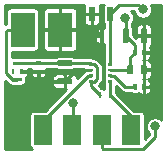
<source format=gbr>
G04 #@! TF.GenerationSoftware,KiCad,Pcbnew,(5.1.5)-3*
G04 #@! TF.CreationDate,2020-05-19T17:15:19+09:00*
G04 #@! TF.ProjectId,FMU_Power,464d555f-506f-4776-9572-2e6b69636164,rev?*
G04 #@! TF.SameCoordinates,Original*
G04 #@! TF.FileFunction,Copper,L1,Top*
G04 #@! TF.FilePolarity,Positive*
%FSLAX46Y46*%
G04 Gerber Fmt 4.6, Leading zero omitted, Abs format (unit mm)*
G04 Created by KiCad (PCBNEW (5.1.5)-3) date 2020-05-19 17:15:19*
%MOMM*%
%LPD*%
G04 APERTURE LIST*
%ADD10C,0.100000*%
%ADD11R,2.000000X3.000000*%
%ADD12R,1.500000X2.500000*%
%ADD13C,0.800000*%
%ADD14C,0.250000*%
G04 APERTURE END LIST*
G04 #@! TA.AperFunction,SMDPad,CuDef*
D10*
G36*
X149132351Y-105425361D02*
G01*
X149139632Y-105426441D01*
X149146771Y-105428229D01*
X149153701Y-105430709D01*
X149160355Y-105433856D01*
X149166668Y-105437640D01*
X149172579Y-105442024D01*
X149178033Y-105446967D01*
X149182976Y-105452421D01*
X149187360Y-105458332D01*
X149191144Y-105464645D01*
X149194291Y-105471299D01*
X149196771Y-105478229D01*
X149198559Y-105485368D01*
X149199639Y-105492649D01*
X149200000Y-105500000D01*
X149200000Y-105650000D01*
X149199639Y-105657351D01*
X149198559Y-105664632D01*
X149196771Y-105671771D01*
X149194291Y-105678701D01*
X149191144Y-105685355D01*
X149187360Y-105691668D01*
X149182976Y-105697579D01*
X149178033Y-105703033D01*
X149172579Y-105707976D01*
X149166668Y-105712360D01*
X149160355Y-105716144D01*
X149153701Y-105719291D01*
X149146771Y-105721771D01*
X149139632Y-105723559D01*
X149132351Y-105724639D01*
X149125000Y-105725000D01*
X148775000Y-105725000D01*
X148767649Y-105724639D01*
X148760368Y-105723559D01*
X148753229Y-105721771D01*
X148746299Y-105719291D01*
X148739645Y-105716144D01*
X148733332Y-105712360D01*
X148727421Y-105707976D01*
X148721967Y-105703033D01*
X148717024Y-105697579D01*
X148712640Y-105691668D01*
X148708856Y-105685355D01*
X148705709Y-105678701D01*
X148703229Y-105671771D01*
X148701441Y-105664632D01*
X148700361Y-105657351D01*
X148700000Y-105650000D01*
X148700000Y-105500000D01*
X148700361Y-105492649D01*
X148701441Y-105485368D01*
X148703229Y-105478229D01*
X148705709Y-105471299D01*
X148708856Y-105464645D01*
X148712640Y-105458332D01*
X148717024Y-105452421D01*
X148721967Y-105446967D01*
X148727421Y-105442024D01*
X148733332Y-105437640D01*
X148739645Y-105433856D01*
X148746299Y-105430709D01*
X148753229Y-105428229D01*
X148760368Y-105426441D01*
X148767649Y-105425361D01*
X148775000Y-105425000D01*
X149125000Y-105425000D01*
X149132351Y-105425361D01*
G37*
G04 #@! TD.AperFunction*
G04 #@! TA.AperFunction,SMDPad,CuDef*
G36*
X149132351Y-104675361D02*
G01*
X149139632Y-104676441D01*
X149146771Y-104678229D01*
X149153701Y-104680709D01*
X149160355Y-104683856D01*
X149166668Y-104687640D01*
X149172579Y-104692024D01*
X149178033Y-104696967D01*
X149182976Y-104702421D01*
X149187360Y-104708332D01*
X149191144Y-104714645D01*
X149194291Y-104721299D01*
X149196771Y-104728229D01*
X149198559Y-104735368D01*
X149199639Y-104742649D01*
X149200000Y-104750000D01*
X149200000Y-104900000D01*
X149199639Y-104907351D01*
X149198559Y-104914632D01*
X149196771Y-104921771D01*
X149194291Y-104928701D01*
X149191144Y-104935355D01*
X149187360Y-104941668D01*
X149182976Y-104947579D01*
X149178033Y-104953033D01*
X149172579Y-104957976D01*
X149166668Y-104962360D01*
X149160355Y-104966144D01*
X149153701Y-104969291D01*
X149146771Y-104971771D01*
X149139632Y-104973559D01*
X149132351Y-104974639D01*
X149125000Y-104975000D01*
X148775000Y-104975000D01*
X148767649Y-104974639D01*
X148760368Y-104973559D01*
X148753229Y-104971771D01*
X148746299Y-104969291D01*
X148739645Y-104966144D01*
X148733332Y-104962360D01*
X148727421Y-104957976D01*
X148721967Y-104953033D01*
X148717024Y-104947579D01*
X148712640Y-104941668D01*
X148708856Y-104935355D01*
X148705709Y-104928701D01*
X148703229Y-104921771D01*
X148701441Y-104914632D01*
X148700361Y-104907351D01*
X148700000Y-104900000D01*
X148700000Y-104750000D01*
X148700361Y-104742649D01*
X148701441Y-104735368D01*
X148703229Y-104728229D01*
X148705709Y-104721299D01*
X148708856Y-104714645D01*
X148712640Y-104708332D01*
X148717024Y-104702421D01*
X148721967Y-104696967D01*
X148727421Y-104692024D01*
X148733332Y-104687640D01*
X148739645Y-104683856D01*
X148746299Y-104680709D01*
X148753229Y-104678229D01*
X148760368Y-104676441D01*
X148767649Y-104675361D01*
X148775000Y-104675000D01*
X149125000Y-104675000D01*
X149132351Y-104675361D01*
G37*
G04 #@! TD.AperFunction*
G04 #@! TA.AperFunction,SMDPad,CuDef*
G36*
X151687252Y-106125602D02*
G01*
X151699386Y-106127402D01*
X151711286Y-106130382D01*
X151722835Y-106134515D01*
X151733925Y-106139760D01*
X151744446Y-106146066D01*
X151754299Y-106153374D01*
X151763388Y-106161612D01*
X151771626Y-106170701D01*
X151778934Y-106180554D01*
X151785240Y-106191075D01*
X151790485Y-106202165D01*
X151794618Y-106213714D01*
X151797598Y-106225614D01*
X151799398Y-106237748D01*
X151800000Y-106250000D01*
X151800000Y-106500000D01*
X151799398Y-106512252D01*
X151797598Y-106524386D01*
X151794618Y-106536286D01*
X151790485Y-106547835D01*
X151785240Y-106558925D01*
X151778934Y-106569446D01*
X151771626Y-106579299D01*
X151763388Y-106588388D01*
X151754299Y-106596626D01*
X151744446Y-106603934D01*
X151733925Y-106610240D01*
X151722835Y-106615485D01*
X151711286Y-106619618D01*
X151699386Y-106622598D01*
X151687252Y-106624398D01*
X151675000Y-106625000D01*
X150675000Y-106625000D01*
X150662748Y-106624398D01*
X150650614Y-106622598D01*
X150638714Y-106619618D01*
X150627165Y-106615485D01*
X150616075Y-106610240D01*
X150605554Y-106603934D01*
X150595701Y-106596626D01*
X150586612Y-106588388D01*
X150578374Y-106579299D01*
X150571066Y-106569446D01*
X150564760Y-106558925D01*
X150559515Y-106547835D01*
X150555382Y-106536286D01*
X150552402Y-106524386D01*
X150550602Y-106512252D01*
X150550000Y-106500000D01*
X150550000Y-106250000D01*
X150550602Y-106237748D01*
X150552402Y-106225614D01*
X150555382Y-106213714D01*
X150559515Y-106202165D01*
X150564760Y-106191075D01*
X150571066Y-106180554D01*
X150578374Y-106170701D01*
X150586612Y-106161612D01*
X150595701Y-106153374D01*
X150605554Y-106146066D01*
X150616075Y-106139760D01*
X150627165Y-106134515D01*
X150638714Y-106130382D01*
X150650614Y-106127402D01*
X150662748Y-106125602D01*
X150675000Y-106125000D01*
X151675000Y-106125000D01*
X151687252Y-106125602D01*
G37*
G04 #@! TD.AperFunction*
G04 #@! TA.AperFunction,SMDPad,CuDef*
G36*
X151687252Y-104575602D02*
G01*
X151699386Y-104577402D01*
X151711286Y-104580382D01*
X151722835Y-104584515D01*
X151733925Y-104589760D01*
X151744446Y-104596066D01*
X151754299Y-104603374D01*
X151763388Y-104611612D01*
X151771626Y-104620701D01*
X151778934Y-104630554D01*
X151785240Y-104641075D01*
X151790485Y-104652165D01*
X151794618Y-104663714D01*
X151797598Y-104675614D01*
X151799398Y-104687748D01*
X151800000Y-104700000D01*
X151800000Y-104950000D01*
X151799398Y-104962252D01*
X151797598Y-104974386D01*
X151794618Y-104986286D01*
X151790485Y-104997835D01*
X151785240Y-105008925D01*
X151778934Y-105019446D01*
X151771626Y-105029299D01*
X151763388Y-105038388D01*
X151754299Y-105046626D01*
X151744446Y-105053934D01*
X151733925Y-105060240D01*
X151722835Y-105065485D01*
X151711286Y-105069618D01*
X151699386Y-105072598D01*
X151687252Y-105074398D01*
X151675000Y-105075000D01*
X150675000Y-105075000D01*
X150662748Y-105074398D01*
X150650614Y-105072598D01*
X150638714Y-105069618D01*
X150627165Y-105065485D01*
X150616075Y-105060240D01*
X150605554Y-105053934D01*
X150595701Y-105046626D01*
X150586612Y-105038388D01*
X150578374Y-105029299D01*
X150571066Y-105019446D01*
X150564760Y-105008925D01*
X150559515Y-104997835D01*
X150555382Y-104986286D01*
X150552402Y-104974386D01*
X150550602Y-104962252D01*
X150550000Y-104950000D01*
X150550000Y-104700000D01*
X150550602Y-104687748D01*
X150552402Y-104675614D01*
X150555382Y-104663714D01*
X150559515Y-104652165D01*
X150564760Y-104641075D01*
X150571066Y-104630554D01*
X150578374Y-104620701D01*
X150586612Y-104611612D01*
X150595701Y-104603374D01*
X150605554Y-104596066D01*
X150616075Y-104589760D01*
X150627165Y-104584515D01*
X150638714Y-104580382D01*
X150650614Y-104577402D01*
X150662748Y-104575602D01*
X150675000Y-104575000D01*
X151675000Y-104575000D01*
X151687252Y-104575602D01*
G37*
G04 #@! TD.AperFunction*
G04 #@! TA.AperFunction,SMDPad,CuDef*
G36*
X157207351Y-106600361D02*
G01*
X157214632Y-106601441D01*
X157221771Y-106603229D01*
X157228701Y-106605709D01*
X157235355Y-106608856D01*
X157241668Y-106612640D01*
X157247579Y-106617024D01*
X157253033Y-106621967D01*
X157257976Y-106627421D01*
X157262360Y-106633332D01*
X157266144Y-106639645D01*
X157269291Y-106646299D01*
X157271771Y-106653229D01*
X157273559Y-106660368D01*
X157274639Y-106667649D01*
X157275000Y-106675000D01*
X157275000Y-107025000D01*
X157274639Y-107032351D01*
X157273559Y-107039632D01*
X157271771Y-107046771D01*
X157269291Y-107053701D01*
X157266144Y-107060355D01*
X157262360Y-107066668D01*
X157257976Y-107072579D01*
X157253033Y-107078033D01*
X157247579Y-107082976D01*
X157241668Y-107087360D01*
X157235355Y-107091144D01*
X157228701Y-107094291D01*
X157221771Y-107096771D01*
X157214632Y-107098559D01*
X157207351Y-107099639D01*
X157200000Y-107100000D01*
X157050000Y-107100000D01*
X157042649Y-107099639D01*
X157035368Y-107098559D01*
X157028229Y-107096771D01*
X157021299Y-107094291D01*
X157014645Y-107091144D01*
X157008332Y-107087360D01*
X157002421Y-107082976D01*
X156996967Y-107078033D01*
X156992024Y-107072579D01*
X156987640Y-107066668D01*
X156983856Y-107060355D01*
X156980709Y-107053701D01*
X156978229Y-107046771D01*
X156976441Y-107039632D01*
X156975361Y-107032351D01*
X156975000Y-107025000D01*
X156975000Y-106675000D01*
X156975361Y-106667649D01*
X156976441Y-106660368D01*
X156978229Y-106653229D01*
X156980709Y-106646299D01*
X156983856Y-106639645D01*
X156987640Y-106633332D01*
X156992024Y-106627421D01*
X156996967Y-106621967D01*
X157002421Y-106617024D01*
X157008332Y-106612640D01*
X157014645Y-106608856D01*
X157021299Y-106605709D01*
X157028229Y-106603229D01*
X157035368Y-106601441D01*
X157042649Y-106600361D01*
X157050000Y-106600000D01*
X157200000Y-106600000D01*
X157207351Y-106600361D01*
G37*
G04 #@! TD.AperFunction*
G04 #@! TA.AperFunction,SMDPad,CuDef*
G36*
X157957351Y-106600361D02*
G01*
X157964632Y-106601441D01*
X157971771Y-106603229D01*
X157978701Y-106605709D01*
X157985355Y-106608856D01*
X157991668Y-106612640D01*
X157997579Y-106617024D01*
X158003033Y-106621967D01*
X158007976Y-106627421D01*
X158012360Y-106633332D01*
X158016144Y-106639645D01*
X158019291Y-106646299D01*
X158021771Y-106653229D01*
X158023559Y-106660368D01*
X158024639Y-106667649D01*
X158025000Y-106675000D01*
X158025000Y-107025000D01*
X158024639Y-107032351D01*
X158023559Y-107039632D01*
X158021771Y-107046771D01*
X158019291Y-107053701D01*
X158016144Y-107060355D01*
X158012360Y-107066668D01*
X158007976Y-107072579D01*
X158003033Y-107078033D01*
X157997579Y-107082976D01*
X157991668Y-107087360D01*
X157985355Y-107091144D01*
X157978701Y-107094291D01*
X157971771Y-107096771D01*
X157964632Y-107098559D01*
X157957351Y-107099639D01*
X157950000Y-107100000D01*
X157800000Y-107100000D01*
X157792649Y-107099639D01*
X157785368Y-107098559D01*
X157778229Y-107096771D01*
X157771299Y-107094291D01*
X157764645Y-107091144D01*
X157758332Y-107087360D01*
X157752421Y-107082976D01*
X157746967Y-107078033D01*
X157742024Y-107072579D01*
X157737640Y-107066668D01*
X157733856Y-107060355D01*
X157730709Y-107053701D01*
X157728229Y-107046771D01*
X157726441Y-107039632D01*
X157725361Y-107032351D01*
X157725000Y-107025000D01*
X157725000Y-106675000D01*
X157725361Y-106667649D01*
X157726441Y-106660368D01*
X157728229Y-106653229D01*
X157730709Y-106646299D01*
X157733856Y-106639645D01*
X157737640Y-106633332D01*
X157742024Y-106627421D01*
X157746967Y-106621967D01*
X157752421Y-106617024D01*
X157758332Y-106612640D01*
X157764645Y-106608856D01*
X157771299Y-106605709D01*
X157778229Y-106603229D01*
X157785368Y-106601441D01*
X157792649Y-106600361D01*
X157800000Y-106600000D01*
X157950000Y-106600000D01*
X157957351Y-106600361D01*
G37*
G04 #@! TD.AperFunction*
G04 #@! TA.AperFunction,SMDPad,CuDef*
G36*
X156862252Y-105000602D02*
G01*
X156874386Y-105002402D01*
X156886286Y-105005382D01*
X156897835Y-105009515D01*
X156908925Y-105014760D01*
X156919446Y-105021066D01*
X156929299Y-105028374D01*
X156938388Y-105036612D01*
X156946626Y-105045701D01*
X156953934Y-105055554D01*
X156960240Y-105066075D01*
X156965485Y-105077165D01*
X156969618Y-105088714D01*
X156972598Y-105100614D01*
X156974398Y-105112748D01*
X156975000Y-105125000D01*
X156975000Y-105675000D01*
X156974398Y-105687252D01*
X156972598Y-105699386D01*
X156969618Y-105711286D01*
X156965485Y-105722835D01*
X156960240Y-105733925D01*
X156953934Y-105744446D01*
X156946626Y-105754299D01*
X156938388Y-105763388D01*
X156929299Y-105771626D01*
X156919446Y-105778934D01*
X156908925Y-105785240D01*
X156897835Y-105790485D01*
X156886286Y-105794618D01*
X156874386Y-105797598D01*
X156862252Y-105799398D01*
X156850000Y-105800000D01*
X156600000Y-105800000D01*
X156587748Y-105799398D01*
X156575614Y-105797598D01*
X156563714Y-105794618D01*
X156552165Y-105790485D01*
X156541075Y-105785240D01*
X156530554Y-105778934D01*
X156520701Y-105771626D01*
X156511612Y-105763388D01*
X156503374Y-105754299D01*
X156496066Y-105744446D01*
X156489760Y-105733925D01*
X156484515Y-105722835D01*
X156480382Y-105711286D01*
X156477402Y-105699386D01*
X156475602Y-105687252D01*
X156475000Y-105675000D01*
X156475000Y-105125000D01*
X156475602Y-105112748D01*
X156477402Y-105100614D01*
X156480382Y-105088714D01*
X156484515Y-105077165D01*
X156489760Y-105066075D01*
X156496066Y-105055554D01*
X156503374Y-105045701D01*
X156511612Y-105036612D01*
X156520701Y-105028374D01*
X156530554Y-105021066D01*
X156541075Y-105014760D01*
X156552165Y-105009515D01*
X156563714Y-105005382D01*
X156575614Y-105002402D01*
X156587748Y-105000602D01*
X156600000Y-105000000D01*
X156850000Y-105000000D01*
X156862252Y-105000602D01*
G37*
G04 #@! TD.AperFunction*
G04 #@! TA.AperFunction,SMDPad,CuDef*
G36*
X158012252Y-105000602D02*
G01*
X158024386Y-105002402D01*
X158036286Y-105005382D01*
X158047835Y-105009515D01*
X158058925Y-105014760D01*
X158069446Y-105021066D01*
X158079299Y-105028374D01*
X158088388Y-105036612D01*
X158096626Y-105045701D01*
X158103934Y-105055554D01*
X158110240Y-105066075D01*
X158115485Y-105077165D01*
X158119618Y-105088714D01*
X158122598Y-105100614D01*
X158124398Y-105112748D01*
X158125000Y-105125000D01*
X158125000Y-105675000D01*
X158124398Y-105687252D01*
X158122598Y-105699386D01*
X158119618Y-105711286D01*
X158115485Y-105722835D01*
X158110240Y-105733925D01*
X158103934Y-105744446D01*
X158096626Y-105754299D01*
X158088388Y-105763388D01*
X158079299Y-105771626D01*
X158069446Y-105778934D01*
X158058925Y-105785240D01*
X158047835Y-105790485D01*
X158036286Y-105794618D01*
X158024386Y-105797598D01*
X158012252Y-105799398D01*
X158000000Y-105800000D01*
X157750000Y-105800000D01*
X157737748Y-105799398D01*
X157725614Y-105797598D01*
X157713714Y-105794618D01*
X157702165Y-105790485D01*
X157691075Y-105785240D01*
X157680554Y-105778934D01*
X157670701Y-105771626D01*
X157661612Y-105763388D01*
X157653374Y-105754299D01*
X157646066Y-105744446D01*
X157639760Y-105733925D01*
X157634515Y-105722835D01*
X157630382Y-105711286D01*
X157627402Y-105699386D01*
X157625602Y-105687252D01*
X157625000Y-105675000D01*
X157625000Y-105125000D01*
X157625602Y-105112748D01*
X157627402Y-105100614D01*
X157630382Y-105088714D01*
X157634515Y-105077165D01*
X157639760Y-105066075D01*
X157646066Y-105055554D01*
X157653374Y-105045701D01*
X157661612Y-105036612D01*
X157670701Y-105028374D01*
X157680554Y-105021066D01*
X157691075Y-105014760D01*
X157702165Y-105009515D01*
X157713714Y-105005382D01*
X157725614Y-105002402D01*
X157737748Y-105000602D01*
X157750000Y-105000000D01*
X158000000Y-105000000D01*
X158012252Y-105000602D01*
G37*
G04 #@! TD.AperFunction*
G04 #@! TA.AperFunction,SMDPad,CuDef*
G36*
X157207351Y-103700361D02*
G01*
X157214632Y-103701441D01*
X157221771Y-103703229D01*
X157228701Y-103705709D01*
X157235355Y-103708856D01*
X157241668Y-103712640D01*
X157247579Y-103717024D01*
X157253033Y-103721967D01*
X157257976Y-103727421D01*
X157262360Y-103733332D01*
X157266144Y-103739645D01*
X157269291Y-103746299D01*
X157271771Y-103753229D01*
X157273559Y-103760368D01*
X157274639Y-103767649D01*
X157275000Y-103775000D01*
X157275000Y-104125000D01*
X157274639Y-104132351D01*
X157273559Y-104139632D01*
X157271771Y-104146771D01*
X157269291Y-104153701D01*
X157266144Y-104160355D01*
X157262360Y-104166668D01*
X157257976Y-104172579D01*
X157253033Y-104178033D01*
X157247579Y-104182976D01*
X157241668Y-104187360D01*
X157235355Y-104191144D01*
X157228701Y-104194291D01*
X157221771Y-104196771D01*
X157214632Y-104198559D01*
X157207351Y-104199639D01*
X157200000Y-104200000D01*
X157050000Y-104200000D01*
X157042649Y-104199639D01*
X157035368Y-104198559D01*
X157028229Y-104196771D01*
X157021299Y-104194291D01*
X157014645Y-104191144D01*
X157008332Y-104187360D01*
X157002421Y-104182976D01*
X156996967Y-104178033D01*
X156992024Y-104172579D01*
X156987640Y-104166668D01*
X156983856Y-104160355D01*
X156980709Y-104153701D01*
X156978229Y-104146771D01*
X156976441Y-104139632D01*
X156975361Y-104132351D01*
X156975000Y-104125000D01*
X156975000Y-103775000D01*
X156975361Y-103767649D01*
X156976441Y-103760368D01*
X156978229Y-103753229D01*
X156980709Y-103746299D01*
X156983856Y-103739645D01*
X156987640Y-103733332D01*
X156992024Y-103727421D01*
X156996967Y-103721967D01*
X157002421Y-103717024D01*
X157008332Y-103712640D01*
X157014645Y-103708856D01*
X157021299Y-103705709D01*
X157028229Y-103703229D01*
X157035368Y-103701441D01*
X157042649Y-103700361D01*
X157050000Y-103700000D01*
X157200000Y-103700000D01*
X157207351Y-103700361D01*
G37*
G04 #@! TD.AperFunction*
G04 #@! TA.AperFunction,SMDPad,CuDef*
G36*
X157957351Y-103700361D02*
G01*
X157964632Y-103701441D01*
X157971771Y-103703229D01*
X157978701Y-103705709D01*
X157985355Y-103708856D01*
X157991668Y-103712640D01*
X157997579Y-103717024D01*
X158003033Y-103721967D01*
X158007976Y-103727421D01*
X158012360Y-103733332D01*
X158016144Y-103739645D01*
X158019291Y-103746299D01*
X158021771Y-103753229D01*
X158023559Y-103760368D01*
X158024639Y-103767649D01*
X158025000Y-103775000D01*
X158025000Y-104125000D01*
X158024639Y-104132351D01*
X158023559Y-104139632D01*
X158021771Y-104146771D01*
X158019291Y-104153701D01*
X158016144Y-104160355D01*
X158012360Y-104166668D01*
X158007976Y-104172579D01*
X158003033Y-104178033D01*
X157997579Y-104182976D01*
X157991668Y-104187360D01*
X157985355Y-104191144D01*
X157978701Y-104194291D01*
X157971771Y-104196771D01*
X157964632Y-104198559D01*
X157957351Y-104199639D01*
X157950000Y-104200000D01*
X157800000Y-104200000D01*
X157792649Y-104199639D01*
X157785368Y-104198559D01*
X157778229Y-104196771D01*
X157771299Y-104194291D01*
X157764645Y-104191144D01*
X157758332Y-104187360D01*
X157752421Y-104182976D01*
X157746967Y-104178033D01*
X157742024Y-104172579D01*
X157737640Y-104166668D01*
X157733856Y-104160355D01*
X157730709Y-104153701D01*
X157728229Y-104146771D01*
X157726441Y-104139632D01*
X157725361Y-104132351D01*
X157725000Y-104125000D01*
X157725000Y-103775000D01*
X157725361Y-103767649D01*
X157726441Y-103760368D01*
X157728229Y-103753229D01*
X157730709Y-103746299D01*
X157733856Y-103739645D01*
X157737640Y-103733332D01*
X157742024Y-103727421D01*
X157746967Y-103721967D01*
X157752421Y-103717024D01*
X157758332Y-103712640D01*
X157764645Y-103708856D01*
X157771299Y-103705709D01*
X157778229Y-103703229D01*
X157785368Y-103701441D01*
X157792649Y-103700361D01*
X157800000Y-103700000D01*
X157950000Y-103700000D01*
X157957351Y-103700361D01*
G37*
G04 #@! TD.AperFunction*
G04 #@! TA.AperFunction,SMDPad,CuDef*
G36*
X156462252Y-101900602D02*
G01*
X156474386Y-101902402D01*
X156486286Y-101905382D01*
X156497835Y-101909515D01*
X156508925Y-101914760D01*
X156519446Y-101921066D01*
X156529299Y-101928374D01*
X156538388Y-101936612D01*
X156546626Y-101945701D01*
X156553934Y-101955554D01*
X156560240Y-101966075D01*
X156565485Y-101977165D01*
X156569618Y-101988714D01*
X156572598Y-102000614D01*
X156574398Y-102012748D01*
X156575000Y-102025000D01*
X156575000Y-103025000D01*
X156574398Y-103037252D01*
X156572598Y-103049386D01*
X156569618Y-103061286D01*
X156565485Y-103072835D01*
X156560240Y-103083925D01*
X156553934Y-103094446D01*
X156546626Y-103104299D01*
X156538388Y-103113388D01*
X156529299Y-103121626D01*
X156519446Y-103128934D01*
X156508925Y-103135240D01*
X156497835Y-103140485D01*
X156486286Y-103144618D01*
X156474386Y-103147598D01*
X156462252Y-103149398D01*
X156450000Y-103150000D01*
X156200000Y-103150000D01*
X156187748Y-103149398D01*
X156175614Y-103147598D01*
X156163714Y-103144618D01*
X156152165Y-103140485D01*
X156141075Y-103135240D01*
X156130554Y-103128934D01*
X156120701Y-103121626D01*
X156111612Y-103113388D01*
X156103374Y-103104299D01*
X156096066Y-103094446D01*
X156089760Y-103083925D01*
X156084515Y-103072835D01*
X156080382Y-103061286D01*
X156077402Y-103049386D01*
X156075602Y-103037252D01*
X156075000Y-103025000D01*
X156075000Y-102025000D01*
X156075602Y-102012748D01*
X156077402Y-102000614D01*
X156080382Y-101988714D01*
X156084515Y-101977165D01*
X156089760Y-101966075D01*
X156096066Y-101955554D01*
X156103374Y-101945701D01*
X156111612Y-101936612D01*
X156120701Y-101928374D01*
X156130554Y-101921066D01*
X156141075Y-101914760D01*
X156152165Y-101909515D01*
X156163714Y-101905382D01*
X156175614Y-101902402D01*
X156187748Y-101900602D01*
X156200000Y-101900000D01*
X156450000Y-101900000D01*
X156462252Y-101900602D01*
G37*
G04 #@! TD.AperFunction*
G04 #@! TA.AperFunction,SMDPad,CuDef*
G36*
X158012252Y-101900602D02*
G01*
X158024386Y-101902402D01*
X158036286Y-101905382D01*
X158047835Y-101909515D01*
X158058925Y-101914760D01*
X158069446Y-101921066D01*
X158079299Y-101928374D01*
X158088388Y-101936612D01*
X158096626Y-101945701D01*
X158103934Y-101955554D01*
X158110240Y-101966075D01*
X158115485Y-101977165D01*
X158119618Y-101988714D01*
X158122598Y-102000614D01*
X158124398Y-102012748D01*
X158125000Y-102025000D01*
X158125000Y-103025000D01*
X158124398Y-103037252D01*
X158122598Y-103049386D01*
X158119618Y-103061286D01*
X158115485Y-103072835D01*
X158110240Y-103083925D01*
X158103934Y-103094446D01*
X158096626Y-103104299D01*
X158088388Y-103113388D01*
X158079299Y-103121626D01*
X158069446Y-103128934D01*
X158058925Y-103135240D01*
X158047835Y-103140485D01*
X158036286Y-103144618D01*
X158024386Y-103147598D01*
X158012252Y-103149398D01*
X158000000Y-103150000D01*
X157750000Y-103150000D01*
X157737748Y-103149398D01*
X157725614Y-103147598D01*
X157713714Y-103144618D01*
X157702165Y-103140485D01*
X157691075Y-103135240D01*
X157680554Y-103128934D01*
X157670701Y-103121626D01*
X157661612Y-103113388D01*
X157653374Y-103104299D01*
X157646066Y-103094446D01*
X157639760Y-103083925D01*
X157634515Y-103072835D01*
X157630382Y-103061286D01*
X157627402Y-103049386D01*
X157625602Y-103037252D01*
X157625000Y-103025000D01*
X157625000Y-102025000D01*
X157625602Y-102012748D01*
X157627402Y-102000614D01*
X157630382Y-101988714D01*
X157634515Y-101977165D01*
X157639760Y-101966075D01*
X157646066Y-101955554D01*
X157653374Y-101945701D01*
X157661612Y-101936612D01*
X157670701Y-101928374D01*
X157680554Y-101921066D01*
X157691075Y-101914760D01*
X157702165Y-101909515D01*
X157713714Y-101905382D01*
X157725614Y-101902402D01*
X157737748Y-101900602D01*
X157750000Y-101900000D01*
X158000000Y-101900000D01*
X158012252Y-101900602D01*
G37*
G04 #@! TD.AperFunction*
G04 #@! TA.AperFunction,SMDPad,CuDef*
G36*
X154357351Y-102300361D02*
G01*
X154364632Y-102301441D01*
X154371771Y-102303229D01*
X154378701Y-102305709D01*
X154385355Y-102308856D01*
X154391668Y-102312640D01*
X154397579Y-102317024D01*
X154403033Y-102321967D01*
X154407976Y-102327421D01*
X154412360Y-102333332D01*
X154416144Y-102339645D01*
X154419291Y-102346299D01*
X154421771Y-102353229D01*
X154423559Y-102360368D01*
X154424639Y-102367649D01*
X154425000Y-102375000D01*
X154425000Y-102725000D01*
X154424639Y-102732351D01*
X154423559Y-102739632D01*
X154421771Y-102746771D01*
X154419291Y-102753701D01*
X154416144Y-102760355D01*
X154412360Y-102766668D01*
X154407976Y-102772579D01*
X154403033Y-102778033D01*
X154397579Y-102782976D01*
X154391668Y-102787360D01*
X154385355Y-102791144D01*
X154378701Y-102794291D01*
X154371771Y-102796771D01*
X154364632Y-102798559D01*
X154357351Y-102799639D01*
X154350000Y-102800000D01*
X154200000Y-102800000D01*
X154192649Y-102799639D01*
X154185368Y-102798559D01*
X154178229Y-102796771D01*
X154171299Y-102794291D01*
X154164645Y-102791144D01*
X154158332Y-102787360D01*
X154152421Y-102782976D01*
X154146967Y-102778033D01*
X154142024Y-102772579D01*
X154137640Y-102766668D01*
X154133856Y-102760355D01*
X154130709Y-102753701D01*
X154128229Y-102746771D01*
X154126441Y-102739632D01*
X154125361Y-102732351D01*
X154125000Y-102725000D01*
X154125000Y-102375000D01*
X154125361Y-102367649D01*
X154126441Y-102360368D01*
X154128229Y-102353229D01*
X154130709Y-102346299D01*
X154133856Y-102339645D01*
X154137640Y-102333332D01*
X154142024Y-102327421D01*
X154146967Y-102321967D01*
X154152421Y-102317024D01*
X154158332Y-102312640D01*
X154164645Y-102308856D01*
X154171299Y-102305709D01*
X154178229Y-102303229D01*
X154185368Y-102301441D01*
X154192649Y-102300361D01*
X154200000Y-102300000D01*
X154350000Y-102300000D01*
X154357351Y-102300361D01*
G37*
G04 #@! TD.AperFunction*
G04 #@! TA.AperFunction,SMDPad,CuDef*
G36*
X155107351Y-102300361D02*
G01*
X155114632Y-102301441D01*
X155121771Y-102303229D01*
X155128701Y-102305709D01*
X155135355Y-102308856D01*
X155141668Y-102312640D01*
X155147579Y-102317024D01*
X155153033Y-102321967D01*
X155157976Y-102327421D01*
X155162360Y-102333332D01*
X155166144Y-102339645D01*
X155169291Y-102346299D01*
X155171771Y-102353229D01*
X155173559Y-102360368D01*
X155174639Y-102367649D01*
X155175000Y-102375000D01*
X155175000Y-102725000D01*
X155174639Y-102732351D01*
X155173559Y-102739632D01*
X155171771Y-102746771D01*
X155169291Y-102753701D01*
X155166144Y-102760355D01*
X155162360Y-102766668D01*
X155157976Y-102772579D01*
X155153033Y-102778033D01*
X155147579Y-102782976D01*
X155141668Y-102787360D01*
X155135355Y-102791144D01*
X155128701Y-102794291D01*
X155121771Y-102796771D01*
X155114632Y-102798559D01*
X155107351Y-102799639D01*
X155100000Y-102800000D01*
X154950000Y-102800000D01*
X154942649Y-102799639D01*
X154935368Y-102798559D01*
X154928229Y-102796771D01*
X154921299Y-102794291D01*
X154914645Y-102791144D01*
X154908332Y-102787360D01*
X154902421Y-102782976D01*
X154896967Y-102778033D01*
X154892024Y-102772579D01*
X154887640Y-102766668D01*
X154883856Y-102760355D01*
X154880709Y-102753701D01*
X154878229Y-102746771D01*
X154876441Y-102739632D01*
X154875361Y-102732351D01*
X154875000Y-102725000D01*
X154875000Y-102375000D01*
X154875361Y-102367649D01*
X154876441Y-102360368D01*
X154878229Y-102353229D01*
X154880709Y-102346299D01*
X154883856Y-102339645D01*
X154887640Y-102333332D01*
X154892024Y-102327421D01*
X154896967Y-102321967D01*
X154902421Y-102317024D01*
X154908332Y-102312640D01*
X154914645Y-102308856D01*
X154921299Y-102305709D01*
X154928229Y-102303229D01*
X154935368Y-102301441D01*
X154942649Y-102300361D01*
X154950000Y-102300000D01*
X155100000Y-102300000D01*
X155107351Y-102300361D01*
G37*
G04 #@! TD.AperFunction*
G04 #@! TA.AperFunction,SMDPad,CuDef*
G36*
X153612252Y-100050602D02*
G01*
X153624386Y-100052402D01*
X153636286Y-100055382D01*
X153647835Y-100059515D01*
X153658925Y-100064760D01*
X153669446Y-100071066D01*
X153679299Y-100078374D01*
X153688388Y-100086612D01*
X153696626Y-100095701D01*
X153703934Y-100105554D01*
X153710240Y-100116075D01*
X153715485Y-100127165D01*
X153719618Y-100138714D01*
X153722598Y-100150614D01*
X153724398Y-100162748D01*
X153725000Y-100175000D01*
X153725000Y-101175000D01*
X153724398Y-101187252D01*
X153722598Y-101199386D01*
X153719618Y-101211286D01*
X153715485Y-101222835D01*
X153710240Y-101233925D01*
X153703934Y-101244446D01*
X153696626Y-101254299D01*
X153688388Y-101263388D01*
X153679299Y-101271626D01*
X153669446Y-101278934D01*
X153658925Y-101285240D01*
X153647835Y-101290485D01*
X153636286Y-101294618D01*
X153624386Y-101297598D01*
X153612252Y-101299398D01*
X153600000Y-101300000D01*
X153350000Y-101300000D01*
X153337748Y-101299398D01*
X153325614Y-101297598D01*
X153313714Y-101294618D01*
X153302165Y-101290485D01*
X153291075Y-101285240D01*
X153280554Y-101278934D01*
X153270701Y-101271626D01*
X153261612Y-101263388D01*
X153253374Y-101254299D01*
X153246066Y-101244446D01*
X153239760Y-101233925D01*
X153234515Y-101222835D01*
X153230382Y-101211286D01*
X153227402Y-101199386D01*
X153225602Y-101187252D01*
X153225000Y-101175000D01*
X153225000Y-100175000D01*
X153225602Y-100162748D01*
X153227402Y-100150614D01*
X153230382Y-100138714D01*
X153234515Y-100127165D01*
X153239760Y-100116075D01*
X153246066Y-100105554D01*
X153253374Y-100095701D01*
X153261612Y-100086612D01*
X153270701Y-100078374D01*
X153280554Y-100071066D01*
X153291075Y-100064760D01*
X153302165Y-100059515D01*
X153313714Y-100055382D01*
X153325614Y-100052402D01*
X153337748Y-100050602D01*
X153350000Y-100050000D01*
X153600000Y-100050000D01*
X153612252Y-100050602D01*
G37*
G04 #@! TD.AperFunction*
G04 #@! TA.AperFunction,SMDPad,CuDef*
G36*
X155162252Y-100050602D02*
G01*
X155174386Y-100052402D01*
X155186286Y-100055382D01*
X155197835Y-100059515D01*
X155208925Y-100064760D01*
X155219446Y-100071066D01*
X155229299Y-100078374D01*
X155238388Y-100086612D01*
X155246626Y-100095701D01*
X155253934Y-100105554D01*
X155260240Y-100116075D01*
X155265485Y-100127165D01*
X155269618Y-100138714D01*
X155272598Y-100150614D01*
X155274398Y-100162748D01*
X155275000Y-100175000D01*
X155275000Y-101175000D01*
X155274398Y-101187252D01*
X155272598Y-101199386D01*
X155269618Y-101211286D01*
X155265485Y-101222835D01*
X155260240Y-101233925D01*
X155253934Y-101244446D01*
X155246626Y-101254299D01*
X155238388Y-101263388D01*
X155229299Y-101271626D01*
X155219446Y-101278934D01*
X155208925Y-101285240D01*
X155197835Y-101290485D01*
X155186286Y-101294618D01*
X155174386Y-101297598D01*
X155162252Y-101299398D01*
X155150000Y-101300000D01*
X154900000Y-101300000D01*
X154887748Y-101299398D01*
X154875614Y-101297598D01*
X154863714Y-101294618D01*
X154852165Y-101290485D01*
X154841075Y-101285240D01*
X154830554Y-101278934D01*
X154820701Y-101271626D01*
X154811612Y-101263388D01*
X154803374Y-101254299D01*
X154796066Y-101244446D01*
X154789760Y-101233925D01*
X154784515Y-101222835D01*
X154780382Y-101211286D01*
X154777402Y-101199386D01*
X154775602Y-101187252D01*
X154775000Y-101175000D01*
X154775000Y-100175000D01*
X154775602Y-100162748D01*
X154777402Y-100150614D01*
X154780382Y-100138714D01*
X154784515Y-100127165D01*
X154789760Y-100116075D01*
X154796066Y-100105554D01*
X154803374Y-100095701D01*
X154811612Y-100086612D01*
X154820701Y-100078374D01*
X154830554Y-100071066D01*
X154841075Y-100064760D01*
X154852165Y-100059515D01*
X154863714Y-100055382D01*
X154875614Y-100052402D01*
X154887748Y-100050602D01*
X154900000Y-100050000D01*
X155150000Y-100050000D01*
X155162252Y-100050602D01*
G37*
G04 #@! TD.AperFunction*
D11*
X150780000Y-102000000D03*
X147605000Y-102000000D03*
D12*
X154300000Y-110500000D03*
X156800000Y-110500000D03*
X151800000Y-110500000D03*
X149300000Y-110500000D03*
G04 #@! TA.AperFunction,SMDPad,CuDef*
D10*
G36*
X146854901Y-105350241D02*
G01*
X146859755Y-105350961D01*
X146864514Y-105352153D01*
X146869134Y-105353806D01*
X146873570Y-105355904D01*
X146877779Y-105358427D01*
X146881720Y-105361349D01*
X146885355Y-105364645D01*
X146888651Y-105368280D01*
X146891573Y-105372221D01*
X146894096Y-105376430D01*
X146896194Y-105380866D01*
X146897847Y-105385486D01*
X146899039Y-105390245D01*
X146899759Y-105395099D01*
X146900000Y-105400000D01*
X146900000Y-105700000D01*
X146899759Y-105704901D01*
X146899039Y-105709755D01*
X146897847Y-105714514D01*
X146896194Y-105719134D01*
X146894096Y-105723570D01*
X146891573Y-105727779D01*
X146888651Y-105731720D01*
X146885355Y-105735355D01*
X146881720Y-105738651D01*
X146877779Y-105741573D01*
X146873570Y-105744096D01*
X146869134Y-105746194D01*
X146864514Y-105747847D01*
X146859755Y-105749039D01*
X146854901Y-105749759D01*
X146850000Y-105750000D01*
X146750000Y-105750000D01*
X146745099Y-105749759D01*
X146740245Y-105749039D01*
X146735486Y-105747847D01*
X146730866Y-105746194D01*
X146726430Y-105744096D01*
X146722221Y-105741573D01*
X146718280Y-105738651D01*
X146714645Y-105735355D01*
X146711349Y-105731720D01*
X146708427Y-105727779D01*
X146705904Y-105723570D01*
X146703806Y-105719134D01*
X146702153Y-105714514D01*
X146700961Y-105709755D01*
X146700241Y-105704901D01*
X146700000Y-105700000D01*
X146700000Y-105400000D01*
X146700241Y-105395099D01*
X146700961Y-105390245D01*
X146702153Y-105385486D01*
X146703806Y-105380866D01*
X146705904Y-105376430D01*
X146708427Y-105372221D01*
X146711349Y-105368280D01*
X146714645Y-105364645D01*
X146718280Y-105361349D01*
X146722221Y-105358427D01*
X146726430Y-105355904D01*
X146730866Y-105353806D01*
X146735486Y-105352153D01*
X146740245Y-105350961D01*
X146745099Y-105350241D01*
X146750000Y-105350000D01*
X146850000Y-105350000D01*
X146854901Y-105350241D01*
G37*
G04 #@! TD.AperFunction*
G04 #@! TA.AperFunction,SMDPad,CuDef*
G36*
X147495881Y-106125289D02*
G01*
X147501705Y-106126153D01*
X147507417Y-106127584D01*
X147512961Y-106129567D01*
X147518284Y-106132085D01*
X147523334Y-106135112D01*
X147528064Y-106138619D01*
X147532426Y-106142574D01*
X147536381Y-106146936D01*
X147539888Y-106151666D01*
X147542915Y-106156716D01*
X147545433Y-106162039D01*
X147547416Y-106167583D01*
X147548847Y-106173295D01*
X147549711Y-106179119D01*
X147550000Y-106185000D01*
X147550000Y-106315000D01*
X147549711Y-106320881D01*
X147548847Y-106326705D01*
X147547416Y-106332417D01*
X147545433Y-106337961D01*
X147542915Y-106343284D01*
X147539888Y-106348334D01*
X147536381Y-106353064D01*
X147532426Y-106357426D01*
X147528064Y-106361381D01*
X147523334Y-106364888D01*
X147518284Y-106367915D01*
X147512961Y-106370433D01*
X147507417Y-106372416D01*
X147501705Y-106373847D01*
X147495881Y-106374711D01*
X147490000Y-106375000D01*
X146810000Y-106375000D01*
X146804119Y-106374711D01*
X146798295Y-106373847D01*
X146792583Y-106372416D01*
X146787039Y-106370433D01*
X146781716Y-106367915D01*
X146776666Y-106364888D01*
X146771936Y-106361381D01*
X146767574Y-106357426D01*
X146763619Y-106353064D01*
X146760112Y-106348334D01*
X146757085Y-106343284D01*
X146754567Y-106337961D01*
X146752584Y-106332417D01*
X146751153Y-106326705D01*
X146750289Y-106320881D01*
X146750000Y-106315000D01*
X146750000Y-106185000D01*
X146750289Y-106179119D01*
X146751153Y-106173295D01*
X146752584Y-106167583D01*
X146754567Y-106162039D01*
X146757085Y-106156716D01*
X146760112Y-106151666D01*
X146763619Y-106146936D01*
X146767574Y-106142574D01*
X146771936Y-106138619D01*
X146776666Y-106135112D01*
X146781716Y-106132085D01*
X146787039Y-106129567D01*
X146792583Y-106127584D01*
X146798295Y-106126153D01*
X146804119Y-106125289D01*
X146810000Y-106125000D01*
X147490000Y-106125000D01*
X147495881Y-106125289D01*
G37*
G04 #@! TD.AperFunction*
G04 #@! TA.AperFunction,SMDPad,CuDef*
G36*
X147495881Y-104725289D02*
G01*
X147501705Y-104726153D01*
X147507417Y-104727584D01*
X147512961Y-104729567D01*
X147518284Y-104732085D01*
X147523334Y-104735112D01*
X147528064Y-104738619D01*
X147532426Y-104742574D01*
X147536381Y-104746936D01*
X147539888Y-104751666D01*
X147542915Y-104756716D01*
X147545433Y-104762039D01*
X147547416Y-104767583D01*
X147548847Y-104773295D01*
X147549711Y-104779119D01*
X147550000Y-104785000D01*
X147550000Y-104915000D01*
X147549711Y-104920881D01*
X147548847Y-104926705D01*
X147547416Y-104932417D01*
X147545433Y-104937961D01*
X147542915Y-104943284D01*
X147539888Y-104948334D01*
X147536381Y-104953064D01*
X147532426Y-104957426D01*
X147528064Y-104961381D01*
X147523334Y-104964888D01*
X147518284Y-104967915D01*
X147512961Y-104970433D01*
X147507417Y-104972416D01*
X147501705Y-104973847D01*
X147495881Y-104974711D01*
X147490000Y-104975000D01*
X146810000Y-104975000D01*
X146804119Y-104974711D01*
X146798295Y-104973847D01*
X146792583Y-104972416D01*
X146787039Y-104970433D01*
X146781716Y-104967915D01*
X146776666Y-104964888D01*
X146771936Y-104961381D01*
X146767574Y-104957426D01*
X146763619Y-104953064D01*
X146760112Y-104948334D01*
X146757085Y-104943284D01*
X146754567Y-104937961D01*
X146752584Y-104932417D01*
X146751153Y-104926705D01*
X146750289Y-104920881D01*
X146750000Y-104915000D01*
X146750000Y-104785000D01*
X146750289Y-104779119D01*
X146751153Y-104773295D01*
X146752584Y-104767583D01*
X146754567Y-104762039D01*
X146757085Y-104756716D01*
X146760112Y-104751666D01*
X146763619Y-104746936D01*
X146767574Y-104742574D01*
X146771936Y-104738619D01*
X146776666Y-104735112D01*
X146781716Y-104732085D01*
X146787039Y-104729567D01*
X146792583Y-104727584D01*
X146798295Y-104726153D01*
X146804119Y-104725289D01*
X146810000Y-104725000D01*
X147490000Y-104725000D01*
X147495881Y-104725289D01*
G37*
G04 #@! TD.AperFunction*
G04 #@! TA.AperFunction,SMDPad,CuDef*
G36*
X147554901Y-105350241D02*
G01*
X147559755Y-105350961D01*
X147564514Y-105352153D01*
X147569134Y-105353806D01*
X147573570Y-105355904D01*
X147577779Y-105358427D01*
X147581720Y-105361349D01*
X147585355Y-105364645D01*
X147588651Y-105368280D01*
X147591573Y-105372221D01*
X147594096Y-105376430D01*
X147596194Y-105380866D01*
X147597847Y-105385486D01*
X147599039Y-105390245D01*
X147599759Y-105395099D01*
X147600000Y-105400000D01*
X147600000Y-105700000D01*
X147599759Y-105704901D01*
X147599039Y-105709755D01*
X147597847Y-105714514D01*
X147596194Y-105719134D01*
X147594096Y-105723570D01*
X147591573Y-105727779D01*
X147588651Y-105731720D01*
X147585355Y-105735355D01*
X147581720Y-105738651D01*
X147577779Y-105741573D01*
X147573570Y-105744096D01*
X147569134Y-105746194D01*
X147564514Y-105747847D01*
X147559755Y-105749039D01*
X147554901Y-105749759D01*
X147550000Y-105750000D01*
X147450000Y-105750000D01*
X147445099Y-105749759D01*
X147440245Y-105749039D01*
X147435486Y-105747847D01*
X147430866Y-105746194D01*
X147426430Y-105744096D01*
X147422221Y-105741573D01*
X147418280Y-105738651D01*
X147414645Y-105735355D01*
X147411349Y-105731720D01*
X147408427Y-105727779D01*
X147405904Y-105723570D01*
X147403806Y-105719134D01*
X147402153Y-105714514D01*
X147400961Y-105709755D01*
X147400241Y-105704901D01*
X147400000Y-105700000D01*
X147400000Y-105400000D01*
X147400241Y-105395099D01*
X147400961Y-105390245D01*
X147402153Y-105385486D01*
X147403806Y-105380866D01*
X147405904Y-105376430D01*
X147408427Y-105372221D01*
X147411349Y-105368280D01*
X147414645Y-105364645D01*
X147418280Y-105361349D01*
X147422221Y-105358427D01*
X147426430Y-105355904D01*
X147430866Y-105353806D01*
X147435486Y-105352153D01*
X147440245Y-105350961D01*
X147445099Y-105350241D01*
X147450000Y-105350000D01*
X147550000Y-105350000D01*
X147554901Y-105350241D01*
G37*
G04 #@! TD.AperFunction*
G04 #@! TA.AperFunction,SMDPad,CuDef*
G36*
X155084901Y-107300241D02*
G01*
X155089755Y-107300961D01*
X155094514Y-107302153D01*
X155099134Y-107303806D01*
X155103570Y-107305904D01*
X155107779Y-107308427D01*
X155111720Y-107311349D01*
X155115355Y-107314645D01*
X155118651Y-107318280D01*
X155121573Y-107322221D01*
X155124096Y-107326430D01*
X155126194Y-107330866D01*
X155127847Y-107335486D01*
X155129039Y-107340245D01*
X155129759Y-107345099D01*
X155130000Y-107350000D01*
X155130000Y-107750000D01*
X155129759Y-107754901D01*
X155129039Y-107759755D01*
X155127847Y-107764514D01*
X155126194Y-107769134D01*
X155124096Y-107773570D01*
X155121573Y-107777779D01*
X155118651Y-107781720D01*
X155115355Y-107785355D01*
X155111720Y-107788651D01*
X155107779Y-107791573D01*
X155103570Y-107794096D01*
X155099134Y-107796194D01*
X155094514Y-107797847D01*
X155089755Y-107799039D01*
X155084901Y-107799759D01*
X155080000Y-107800000D01*
X154980000Y-107800000D01*
X154975099Y-107799759D01*
X154970245Y-107799039D01*
X154965486Y-107797847D01*
X154960866Y-107796194D01*
X154956430Y-107794096D01*
X154952221Y-107791573D01*
X154948280Y-107788651D01*
X154944645Y-107785355D01*
X154941349Y-107781720D01*
X154938427Y-107777779D01*
X154935904Y-107773570D01*
X154933806Y-107769134D01*
X154932153Y-107764514D01*
X154930961Y-107759755D01*
X154930241Y-107754901D01*
X154930000Y-107750000D01*
X154930000Y-107350000D01*
X154930241Y-107345099D01*
X154930961Y-107340245D01*
X154932153Y-107335486D01*
X154933806Y-107330866D01*
X154935904Y-107326430D01*
X154938427Y-107322221D01*
X154941349Y-107318280D01*
X154944645Y-107314645D01*
X154948280Y-107311349D01*
X154952221Y-107308427D01*
X154956430Y-107305904D01*
X154960866Y-107303806D01*
X154965486Y-107302153D01*
X154970245Y-107300961D01*
X154975099Y-107300241D01*
X154980000Y-107300000D01*
X155080000Y-107300000D01*
X155084901Y-107300241D01*
G37*
G04 #@! TD.AperFunction*
G04 #@! TA.AperFunction,SMDPad,CuDef*
G36*
X154224901Y-107300241D02*
G01*
X154229755Y-107300961D01*
X154234514Y-107302153D01*
X154239134Y-107303806D01*
X154243570Y-107305904D01*
X154247779Y-107308427D01*
X154251720Y-107311349D01*
X154255355Y-107314645D01*
X154258651Y-107318280D01*
X154261573Y-107322221D01*
X154264096Y-107326430D01*
X154266194Y-107330866D01*
X154267847Y-107335486D01*
X154269039Y-107340245D01*
X154269759Y-107345099D01*
X154270000Y-107350000D01*
X154270000Y-107750000D01*
X154269759Y-107754901D01*
X154269039Y-107759755D01*
X154267847Y-107764514D01*
X154266194Y-107769134D01*
X154264096Y-107773570D01*
X154261573Y-107777779D01*
X154258651Y-107781720D01*
X154255355Y-107785355D01*
X154251720Y-107788651D01*
X154247779Y-107791573D01*
X154243570Y-107794096D01*
X154239134Y-107796194D01*
X154234514Y-107797847D01*
X154229755Y-107799039D01*
X154224901Y-107799759D01*
X154220000Y-107800000D01*
X154120000Y-107800000D01*
X154115099Y-107799759D01*
X154110245Y-107799039D01*
X154105486Y-107797847D01*
X154100866Y-107796194D01*
X154096430Y-107794096D01*
X154092221Y-107791573D01*
X154088280Y-107788651D01*
X154084645Y-107785355D01*
X154081349Y-107781720D01*
X154078427Y-107777779D01*
X154075904Y-107773570D01*
X154073806Y-107769134D01*
X154072153Y-107764514D01*
X154070961Y-107759755D01*
X154070241Y-107754901D01*
X154070000Y-107750000D01*
X154070000Y-107350000D01*
X154070241Y-107345099D01*
X154070961Y-107340245D01*
X154072153Y-107335486D01*
X154073806Y-107330866D01*
X154075904Y-107326430D01*
X154078427Y-107322221D01*
X154081349Y-107318280D01*
X154084645Y-107314645D01*
X154088280Y-107311349D01*
X154092221Y-107308427D01*
X154096430Y-107305904D01*
X154100866Y-107303806D01*
X154105486Y-107302153D01*
X154110245Y-107300961D01*
X154115099Y-107300241D01*
X154120000Y-107300000D01*
X154220000Y-107300000D01*
X154224901Y-107300241D01*
G37*
G04 #@! TD.AperFunction*
G04 #@! TA.AperFunction,SMDPad,CuDef*
G36*
X153200000Y-104800000D02*
G01*
X153550000Y-104800000D01*
X153550000Y-105050000D01*
X153200000Y-105050000D01*
X153200000Y-104800000D01*
G37*
G04 #@! TD.AperFunction*
G04 #@! TA.AperFunction,SMDPad,CuDef*
G36*
X153550000Y-105550000D02*
G01*
X153200000Y-105550000D01*
X153200000Y-105300000D01*
X153550000Y-105300000D01*
X153550000Y-105550000D01*
G37*
G04 #@! TD.AperFunction*
G04 #@! TA.AperFunction,SMDPad,CuDef*
G36*
X153550000Y-106050000D02*
G01*
X153200000Y-106050000D01*
X153200000Y-105800000D01*
X153550000Y-105800000D01*
X153550000Y-106050000D01*
G37*
G04 #@! TD.AperFunction*
G04 #@! TA.AperFunction,SMDPad,CuDef*
G36*
X153550000Y-106550000D02*
G01*
X153200000Y-106550000D01*
X153200000Y-106300000D01*
X153550000Y-106300000D01*
X153550000Y-106550000D01*
G37*
G04 #@! TD.AperFunction*
G04 #@! TA.AperFunction,SMDPad,CuDef*
G36*
X155200000Y-106550000D02*
G01*
X154850000Y-106550000D01*
X154850000Y-106300000D01*
X155200000Y-106300000D01*
X155200000Y-106550000D01*
G37*
G04 #@! TD.AperFunction*
G04 #@! TA.AperFunction,SMDPad,CuDef*
G36*
X155200000Y-106050000D02*
G01*
X154850000Y-106050000D01*
X154850000Y-105800000D01*
X155200000Y-105800000D01*
X155200000Y-106050000D01*
G37*
G04 #@! TD.AperFunction*
G04 #@! TA.AperFunction,SMDPad,CuDef*
G36*
X155200000Y-105550000D02*
G01*
X154850000Y-105550000D01*
X154850000Y-105300000D01*
X155200000Y-105300000D01*
X155200000Y-105550000D01*
G37*
G04 #@! TD.AperFunction*
G04 #@! TA.AperFunction,SMDPad,CuDef*
G36*
X155200000Y-105050000D02*
G01*
X154850000Y-105050000D01*
X154850000Y-104800000D01*
X155200000Y-104800000D01*
X155200000Y-105050000D01*
G37*
G04 #@! TD.AperFunction*
D13*
X156300000Y-101000000D03*
X151832835Y-108232835D03*
X157800000Y-100300000D03*
X158800000Y-110200000D03*
D14*
X148925000Y-105550000D02*
X148950000Y-105575000D01*
X157875000Y-102525000D02*
X157875000Y-103950000D01*
X157875000Y-103950000D02*
X157875000Y-105400000D01*
X157875000Y-105400000D02*
X157875000Y-106850000D01*
X151175000Y-106375000D02*
X152125000Y-105425000D01*
X152125000Y-105425000D02*
X153375000Y-105425000D01*
X148950000Y-106250000D02*
X149075000Y-106375000D01*
X148950000Y-105575000D02*
X148950000Y-106250000D01*
X149075000Y-106375000D02*
X151175000Y-106375000D01*
X147500000Y-105550000D02*
X148925000Y-105550000D01*
X153475000Y-101750000D02*
X154275000Y-102550000D01*
X153475000Y-100675000D02*
X153475000Y-101750000D01*
X148925000Y-104850000D02*
X148950000Y-104825000D01*
X153275000Y-104825000D02*
X153375000Y-104925000D01*
X153375000Y-106755000D02*
X154170000Y-107550000D01*
X153375000Y-106425000D02*
X153375000Y-106755000D01*
X153550000Y-106425000D02*
X153375000Y-106425000D01*
X153875010Y-106184626D02*
X153634636Y-106425000D01*
X153634636Y-106425000D02*
X153550000Y-106425000D01*
X153875010Y-105165374D02*
X153875010Y-106184626D01*
X153634636Y-104925000D02*
X153875010Y-105165374D01*
X153375000Y-104925000D02*
X153634636Y-104925000D01*
X151175000Y-104825000D02*
X153275000Y-104825000D01*
X148950000Y-104825000D02*
X151175000Y-104825000D01*
X147150000Y-104850000D02*
X148925000Y-104850000D01*
X155025000Y-105925000D02*
X155350000Y-105925000D01*
X155350000Y-105925000D02*
X156275000Y-106850000D01*
X157125000Y-106850000D02*
X156275000Y-106850000D01*
X156700000Y-105425000D02*
X156725000Y-105400000D01*
X155025000Y-105425000D02*
X156700000Y-105425000D01*
X156725000Y-104350000D02*
X157125000Y-103950000D01*
X156725000Y-105400000D02*
X156725000Y-104350000D01*
X157125000Y-103325000D02*
X156325000Y-102525000D01*
X157125000Y-103950000D02*
X157125000Y-103325000D01*
X156325000Y-102525000D02*
X156325000Y-101025000D01*
X156325000Y-101025000D02*
X156300000Y-101000000D01*
X151832835Y-110467165D02*
X151800000Y-110500000D01*
X151832835Y-108232835D02*
X151832835Y-110467165D01*
X157774999Y-100274999D02*
X157800000Y-100300000D01*
X154375001Y-112075001D02*
X154300000Y-112000000D01*
X154300000Y-112000000D02*
X154300000Y-110500000D01*
X157810001Y-112075001D02*
X154375001Y-112075001D01*
X158800000Y-111085002D02*
X157810001Y-112075001D01*
X158800000Y-110200000D02*
X158800000Y-111085002D01*
X157400001Y-99900001D02*
X157800000Y-100300000D01*
X155799999Y-99900001D02*
X157400001Y-99900001D01*
X155025000Y-100675000D02*
X155799999Y-99900001D01*
X155025000Y-100675000D02*
X155025000Y-102550000D01*
X155025000Y-102550000D02*
X155025000Y-104925000D01*
X146750000Y-106250000D02*
X146200000Y-105700000D01*
X147150000Y-106250000D02*
X146750000Y-106250000D01*
X146355000Y-102000000D02*
X147605000Y-102000000D01*
X146200000Y-102155000D02*
X146355000Y-102000000D01*
X146200000Y-105700000D02*
X146200000Y-102155000D01*
X156800000Y-109320000D02*
X156800000Y-110500000D01*
X155030000Y-107550000D02*
X156800000Y-109320000D01*
X155025000Y-107545000D02*
X155030000Y-107550000D01*
X155025000Y-106425000D02*
X155025000Y-107545000D01*
X153200000Y-105925000D02*
X153375000Y-105925000D01*
X153115364Y-105925000D02*
X153200000Y-105925000D01*
X149300000Y-109740364D02*
X153115364Y-105925000D01*
X149300000Y-110500000D02*
X149300000Y-109740364D01*
G36*
X150396207Y-105367243D02*
G01*
X150482964Y-105413616D01*
X150577101Y-105442172D01*
X150675000Y-105451814D01*
X151675000Y-105451814D01*
X151772899Y-105442172D01*
X151867036Y-105413616D01*
X151953793Y-105367243D01*
X152005266Y-105325000D01*
X152772944Y-105325000D01*
X152772944Y-105550000D01*
X152773782Y-105558508D01*
X152760100Y-105569736D01*
X152744444Y-105588813D01*
X152225370Y-106107887D01*
X152218850Y-106041686D01*
X152194548Y-105961573D01*
X152155084Y-105887740D01*
X152101974Y-105823026D01*
X152037260Y-105769916D01*
X151963427Y-105730452D01*
X151883314Y-105706150D01*
X151800000Y-105697944D01*
X151306250Y-105700000D01*
X151200000Y-105806250D01*
X151200000Y-106350000D01*
X151220000Y-106350000D01*
X151220000Y-106400000D01*
X151200000Y-106400000D01*
X151200000Y-106943750D01*
X151294754Y-107038504D01*
X149460073Y-108873186D01*
X148550000Y-108873186D01*
X148476487Y-108880426D01*
X148405800Y-108901869D01*
X148340653Y-108936691D01*
X148283552Y-108983552D01*
X148236691Y-109040653D01*
X148201869Y-109105800D01*
X148180426Y-109176487D01*
X148173186Y-109250000D01*
X148173186Y-111750000D01*
X148180426Y-111823513D01*
X148201869Y-111894200D01*
X148236691Y-111959347D01*
X148283552Y-112016448D01*
X148340653Y-112063309D01*
X148405800Y-112098131D01*
X148411961Y-112100000D01*
X146150000Y-112100000D01*
X146150000Y-106357106D01*
X146379079Y-106586186D01*
X146394736Y-106605264D01*
X146470871Y-106667746D01*
X146557733Y-106714175D01*
X146651983Y-106742765D01*
X146725440Y-106750000D01*
X146725449Y-106750000D01*
X146749999Y-106752418D01*
X146774549Y-106750000D01*
X146791582Y-106750000D01*
X146810000Y-106751814D01*
X147490000Y-106751814D01*
X147575218Y-106743421D01*
X147657161Y-106718564D01*
X147732681Y-106678198D01*
X147797501Y-106625000D01*
X150122944Y-106625000D01*
X150131150Y-106708314D01*
X150155452Y-106788427D01*
X150194916Y-106862260D01*
X150248026Y-106926974D01*
X150312740Y-106980084D01*
X150386573Y-107019548D01*
X150466686Y-107043850D01*
X150550000Y-107052056D01*
X151043750Y-107050000D01*
X151150000Y-106943750D01*
X151150000Y-106400000D01*
X150231250Y-106400000D01*
X150125000Y-106506250D01*
X150122944Y-106625000D01*
X147797501Y-106625000D01*
X147798874Y-106623874D01*
X147853198Y-106557681D01*
X147893564Y-106482161D01*
X147918421Y-106400218D01*
X147926814Y-106315000D01*
X147926814Y-106185000D01*
X147918421Y-106099782D01*
X147903430Y-106050364D01*
X147904253Y-106049678D01*
X147956871Y-105984563D01*
X147995775Y-105910434D01*
X148019469Y-105830139D01*
X148027044Y-105746765D01*
X148026365Y-105725000D01*
X148272944Y-105725000D01*
X148281150Y-105808314D01*
X148305452Y-105888427D01*
X148344916Y-105962260D01*
X148398026Y-106026974D01*
X148462740Y-106080084D01*
X148536573Y-106119548D01*
X148616686Y-106143850D01*
X148700000Y-106152056D01*
X148818750Y-106150000D01*
X148925000Y-106043750D01*
X148925000Y-105600000D01*
X148975000Y-105600000D01*
X148975000Y-106043750D01*
X149081250Y-106150000D01*
X149200000Y-106152056D01*
X149283314Y-106143850D01*
X149345454Y-106125000D01*
X150122944Y-106125000D01*
X150125000Y-106243750D01*
X150231250Y-106350000D01*
X151150000Y-106350000D01*
X151150000Y-105806250D01*
X151043750Y-105700000D01*
X150550000Y-105697944D01*
X150466686Y-105706150D01*
X150386573Y-105730452D01*
X150312740Y-105769916D01*
X150248026Y-105823026D01*
X150194916Y-105887740D01*
X150155452Y-105961573D01*
X150131150Y-106041686D01*
X150122944Y-106125000D01*
X149345454Y-106125000D01*
X149363427Y-106119548D01*
X149437260Y-106080084D01*
X149501974Y-106026974D01*
X149555084Y-105962260D01*
X149594548Y-105888427D01*
X149618850Y-105808314D01*
X149627056Y-105725000D01*
X149625000Y-105706250D01*
X149518750Y-105600000D01*
X148975000Y-105600000D01*
X148925000Y-105600000D01*
X148381250Y-105600000D01*
X148275000Y-105706250D01*
X148272944Y-105725000D01*
X148026365Y-105725000D01*
X148025000Y-105681250D01*
X147918750Y-105575000D01*
X147455000Y-105575000D01*
X147455000Y-105525000D01*
X147918750Y-105525000D01*
X148025000Y-105418750D01*
X148027044Y-105353235D01*
X148026750Y-105350000D01*
X148280331Y-105350000D01*
X148272944Y-105425000D01*
X148275000Y-105443750D01*
X148381250Y-105550000D01*
X148925000Y-105550000D01*
X148925000Y-105530000D01*
X148975000Y-105530000D01*
X148975000Y-105550000D01*
X149518750Y-105550000D01*
X149625000Y-105443750D01*
X149627056Y-105425000D01*
X149618850Y-105341686D01*
X149613788Y-105325000D01*
X150344734Y-105325000D01*
X150396207Y-105367243D01*
G37*
X150396207Y-105367243D02*
X150482964Y-105413616D01*
X150577101Y-105442172D01*
X150675000Y-105451814D01*
X151675000Y-105451814D01*
X151772899Y-105442172D01*
X151867036Y-105413616D01*
X151953793Y-105367243D01*
X152005266Y-105325000D01*
X152772944Y-105325000D01*
X152772944Y-105550000D01*
X152773782Y-105558508D01*
X152760100Y-105569736D01*
X152744444Y-105588813D01*
X152225370Y-106107887D01*
X152218850Y-106041686D01*
X152194548Y-105961573D01*
X152155084Y-105887740D01*
X152101974Y-105823026D01*
X152037260Y-105769916D01*
X151963427Y-105730452D01*
X151883314Y-105706150D01*
X151800000Y-105697944D01*
X151306250Y-105700000D01*
X151200000Y-105806250D01*
X151200000Y-106350000D01*
X151220000Y-106350000D01*
X151220000Y-106400000D01*
X151200000Y-106400000D01*
X151200000Y-106943750D01*
X151294754Y-107038504D01*
X149460073Y-108873186D01*
X148550000Y-108873186D01*
X148476487Y-108880426D01*
X148405800Y-108901869D01*
X148340653Y-108936691D01*
X148283552Y-108983552D01*
X148236691Y-109040653D01*
X148201869Y-109105800D01*
X148180426Y-109176487D01*
X148173186Y-109250000D01*
X148173186Y-111750000D01*
X148180426Y-111823513D01*
X148201869Y-111894200D01*
X148236691Y-111959347D01*
X148283552Y-112016448D01*
X148340653Y-112063309D01*
X148405800Y-112098131D01*
X148411961Y-112100000D01*
X146150000Y-112100000D01*
X146150000Y-106357106D01*
X146379079Y-106586186D01*
X146394736Y-106605264D01*
X146470871Y-106667746D01*
X146557733Y-106714175D01*
X146651983Y-106742765D01*
X146725440Y-106750000D01*
X146725449Y-106750000D01*
X146749999Y-106752418D01*
X146774549Y-106750000D01*
X146791582Y-106750000D01*
X146810000Y-106751814D01*
X147490000Y-106751814D01*
X147575218Y-106743421D01*
X147657161Y-106718564D01*
X147732681Y-106678198D01*
X147797501Y-106625000D01*
X150122944Y-106625000D01*
X150131150Y-106708314D01*
X150155452Y-106788427D01*
X150194916Y-106862260D01*
X150248026Y-106926974D01*
X150312740Y-106980084D01*
X150386573Y-107019548D01*
X150466686Y-107043850D01*
X150550000Y-107052056D01*
X151043750Y-107050000D01*
X151150000Y-106943750D01*
X151150000Y-106400000D01*
X150231250Y-106400000D01*
X150125000Y-106506250D01*
X150122944Y-106625000D01*
X147797501Y-106625000D01*
X147798874Y-106623874D01*
X147853198Y-106557681D01*
X147893564Y-106482161D01*
X147918421Y-106400218D01*
X147926814Y-106315000D01*
X147926814Y-106185000D01*
X147918421Y-106099782D01*
X147903430Y-106050364D01*
X147904253Y-106049678D01*
X147956871Y-105984563D01*
X147995775Y-105910434D01*
X148019469Y-105830139D01*
X148027044Y-105746765D01*
X148026365Y-105725000D01*
X148272944Y-105725000D01*
X148281150Y-105808314D01*
X148305452Y-105888427D01*
X148344916Y-105962260D01*
X148398026Y-106026974D01*
X148462740Y-106080084D01*
X148536573Y-106119548D01*
X148616686Y-106143850D01*
X148700000Y-106152056D01*
X148818750Y-106150000D01*
X148925000Y-106043750D01*
X148925000Y-105600000D01*
X148975000Y-105600000D01*
X148975000Y-106043750D01*
X149081250Y-106150000D01*
X149200000Y-106152056D01*
X149283314Y-106143850D01*
X149345454Y-106125000D01*
X150122944Y-106125000D01*
X150125000Y-106243750D01*
X150231250Y-106350000D01*
X151150000Y-106350000D01*
X151150000Y-105806250D01*
X151043750Y-105700000D01*
X150550000Y-105697944D01*
X150466686Y-105706150D01*
X150386573Y-105730452D01*
X150312740Y-105769916D01*
X150248026Y-105823026D01*
X150194916Y-105887740D01*
X150155452Y-105961573D01*
X150131150Y-106041686D01*
X150122944Y-106125000D01*
X149345454Y-106125000D01*
X149363427Y-106119548D01*
X149437260Y-106080084D01*
X149501974Y-106026974D01*
X149555084Y-105962260D01*
X149594548Y-105888427D01*
X149618850Y-105808314D01*
X149627056Y-105725000D01*
X149625000Y-105706250D01*
X149518750Y-105600000D01*
X148975000Y-105600000D01*
X148925000Y-105600000D01*
X148381250Y-105600000D01*
X148275000Y-105706250D01*
X148272944Y-105725000D01*
X148026365Y-105725000D01*
X148025000Y-105681250D01*
X147918750Y-105575000D01*
X147455000Y-105575000D01*
X147455000Y-105525000D01*
X147918750Y-105525000D01*
X148025000Y-105418750D01*
X148027044Y-105353235D01*
X148026750Y-105350000D01*
X148280331Y-105350000D01*
X148272944Y-105425000D01*
X148275000Y-105443750D01*
X148381250Y-105550000D01*
X148925000Y-105550000D01*
X148925000Y-105530000D01*
X148975000Y-105530000D01*
X148975000Y-105550000D01*
X149518750Y-105550000D01*
X149625000Y-105443750D01*
X149627056Y-105425000D01*
X149618850Y-105341686D01*
X149613788Y-105325000D01*
X150344734Y-105325000D01*
X150396207Y-105367243D01*
G36*
X159350000Y-109653984D02*
G01*
X159294034Y-109598018D01*
X159167100Y-109513204D01*
X159026059Y-109454783D01*
X158876331Y-109425000D01*
X158723669Y-109425000D01*
X158573941Y-109454783D01*
X158432900Y-109513204D01*
X158305966Y-109598018D01*
X158198018Y-109705966D01*
X158113204Y-109832900D01*
X158054783Y-109973941D01*
X158025000Y-110123669D01*
X158025000Y-110276331D01*
X158054783Y-110426059D01*
X158113204Y-110567100D01*
X158198018Y-110694034D01*
X158300001Y-110796017D01*
X158300001Y-110877895D01*
X157926814Y-111251083D01*
X157926814Y-109250000D01*
X157919574Y-109176487D01*
X157898131Y-109105800D01*
X157863309Y-109040653D01*
X157816448Y-108983552D01*
X157759347Y-108936691D01*
X157694200Y-108901869D01*
X157623513Y-108880426D01*
X157550000Y-108873186D01*
X157060292Y-108873186D01*
X155525000Y-107337895D01*
X155525000Y-106807106D01*
X155904080Y-107186187D01*
X155919736Y-107205264D01*
X155995871Y-107267746D01*
X156082733Y-107314175D01*
X156176983Y-107342765D01*
X156275000Y-107352419D01*
X156299560Y-107350000D01*
X156737244Y-107350000D01*
X156798986Y-107400670D01*
X156877098Y-107442422D01*
X156961855Y-107468133D01*
X157050000Y-107476814D01*
X157200000Y-107476814D01*
X157288145Y-107468133D01*
X157372902Y-107442422D01*
X157433103Y-107410244D01*
X157487740Y-107455084D01*
X157561573Y-107494548D01*
X157641686Y-107518850D01*
X157725000Y-107527056D01*
X157743750Y-107525000D01*
X157850000Y-107418750D01*
X157850000Y-106875000D01*
X157900000Y-106875000D01*
X157900000Y-107418750D01*
X158006250Y-107525000D01*
X158025000Y-107527056D01*
X158108314Y-107518850D01*
X158188427Y-107494548D01*
X158262260Y-107455084D01*
X158326974Y-107401974D01*
X158380084Y-107337260D01*
X158419548Y-107263427D01*
X158443850Y-107183314D01*
X158452056Y-107100000D01*
X158450000Y-106981250D01*
X158343750Y-106875000D01*
X157900000Y-106875000D01*
X157850000Y-106875000D01*
X157830000Y-106875000D01*
X157830000Y-106825000D01*
X157850000Y-106825000D01*
X157850000Y-106281250D01*
X157768750Y-106200000D01*
X157850000Y-106118750D01*
X157850000Y-105425000D01*
X157900000Y-105425000D01*
X157900000Y-106118750D01*
X157981250Y-106200000D01*
X157900000Y-106281250D01*
X157900000Y-106825000D01*
X158343750Y-106825000D01*
X158450000Y-106718750D01*
X158452056Y-106600000D01*
X158443850Y-106516686D01*
X158419548Y-106436573D01*
X158380084Y-106362740D01*
X158326974Y-106298026D01*
X158262260Y-106244916D01*
X158211618Y-106217848D01*
X158288427Y-106194548D01*
X158362260Y-106155084D01*
X158426974Y-106101974D01*
X158480084Y-106037260D01*
X158519548Y-105963427D01*
X158543850Y-105883314D01*
X158552056Y-105800000D01*
X158550000Y-105531250D01*
X158443750Y-105425000D01*
X157900000Y-105425000D01*
X157850000Y-105425000D01*
X157830000Y-105425000D01*
X157830000Y-105375000D01*
X157850000Y-105375000D01*
X157850000Y-104681250D01*
X157768750Y-104600000D01*
X157850000Y-104518750D01*
X157850000Y-103975000D01*
X157900000Y-103975000D01*
X157900000Y-104518750D01*
X157981250Y-104600000D01*
X157900000Y-104681250D01*
X157900000Y-105375000D01*
X158443750Y-105375000D01*
X158550000Y-105268750D01*
X158552056Y-105000000D01*
X158543850Y-104916686D01*
X158519548Y-104836573D01*
X158480084Y-104762740D01*
X158426974Y-104698026D01*
X158362260Y-104644916D01*
X158288427Y-104605452D01*
X158211618Y-104582152D01*
X158262260Y-104555084D01*
X158326974Y-104501974D01*
X158380084Y-104437260D01*
X158419548Y-104363427D01*
X158443850Y-104283314D01*
X158452056Y-104200000D01*
X158450000Y-104081250D01*
X158343750Y-103975000D01*
X157900000Y-103975000D01*
X157850000Y-103975000D01*
X157830000Y-103975000D01*
X157830000Y-103925000D01*
X157850000Y-103925000D01*
X157850000Y-102550000D01*
X157900000Y-102550000D01*
X157900000Y-103925000D01*
X158343750Y-103925000D01*
X158450000Y-103818750D01*
X158452056Y-103700000D01*
X158443850Y-103616686D01*
X158419548Y-103536573D01*
X158390381Y-103482005D01*
X158426974Y-103451974D01*
X158480084Y-103387260D01*
X158519548Y-103313427D01*
X158543850Y-103233314D01*
X158552056Y-103150000D01*
X158550000Y-102656250D01*
X158443750Y-102550000D01*
X157900000Y-102550000D01*
X157850000Y-102550000D01*
X157306250Y-102550000D01*
X157200000Y-102656250D01*
X157199848Y-102692742D01*
X156951814Y-102444708D01*
X156951814Y-102025000D01*
X156942172Y-101927101D01*
X156933952Y-101900000D01*
X157197944Y-101900000D01*
X157200000Y-102393750D01*
X157306250Y-102500000D01*
X157850000Y-102500000D01*
X157850000Y-101581250D01*
X157900000Y-101581250D01*
X157900000Y-102500000D01*
X158443750Y-102500000D01*
X158550000Y-102393750D01*
X158552056Y-101900000D01*
X158543850Y-101816686D01*
X158519548Y-101736573D01*
X158480084Y-101662740D01*
X158426974Y-101598026D01*
X158362260Y-101544916D01*
X158288427Y-101505452D01*
X158208314Y-101481150D01*
X158125000Y-101472944D01*
X158006250Y-101475000D01*
X157900000Y-101581250D01*
X157850000Y-101581250D01*
X157743750Y-101475000D01*
X157625000Y-101472944D01*
X157541686Y-101481150D01*
X157461573Y-101505452D01*
X157387740Y-101544916D01*
X157323026Y-101598026D01*
X157269916Y-101662740D01*
X157230452Y-101736573D01*
X157206150Y-101816686D01*
X157197944Y-101900000D01*
X156933952Y-101900000D01*
X156913616Y-101832964D01*
X156867243Y-101746207D01*
X156825000Y-101694734D01*
X156825000Y-101571016D01*
X156901982Y-101494034D01*
X156986796Y-101367100D01*
X157045217Y-101226059D01*
X157075000Y-101076331D01*
X157075000Y-100923669D01*
X157045217Y-100773941D01*
X156986796Y-100632900D01*
X156901982Y-100505966D01*
X156796017Y-100400001D01*
X157029708Y-100400001D01*
X157054783Y-100526059D01*
X157113204Y-100667100D01*
X157198018Y-100794034D01*
X157305966Y-100901982D01*
X157432900Y-100986796D01*
X157573941Y-101045217D01*
X157723669Y-101075000D01*
X157876331Y-101075000D01*
X158026059Y-101045217D01*
X158167100Y-100986796D01*
X158294034Y-100901982D01*
X158401982Y-100794034D01*
X158486796Y-100667100D01*
X158545217Y-100526059D01*
X158575000Y-100376331D01*
X158575000Y-100223669D01*
X158545217Y-100073941D01*
X158486796Y-99932900D01*
X158464813Y-99900000D01*
X159350001Y-99900000D01*
X159350000Y-109653984D01*
G37*
X159350000Y-109653984D02*
X159294034Y-109598018D01*
X159167100Y-109513204D01*
X159026059Y-109454783D01*
X158876331Y-109425000D01*
X158723669Y-109425000D01*
X158573941Y-109454783D01*
X158432900Y-109513204D01*
X158305966Y-109598018D01*
X158198018Y-109705966D01*
X158113204Y-109832900D01*
X158054783Y-109973941D01*
X158025000Y-110123669D01*
X158025000Y-110276331D01*
X158054783Y-110426059D01*
X158113204Y-110567100D01*
X158198018Y-110694034D01*
X158300001Y-110796017D01*
X158300001Y-110877895D01*
X157926814Y-111251083D01*
X157926814Y-109250000D01*
X157919574Y-109176487D01*
X157898131Y-109105800D01*
X157863309Y-109040653D01*
X157816448Y-108983552D01*
X157759347Y-108936691D01*
X157694200Y-108901869D01*
X157623513Y-108880426D01*
X157550000Y-108873186D01*
X157060292Y-108873186D01*
X155525000Y-107337895D01*
X155525000Y-106807106D01*
X155904080Y-107186187D01*
X155919736Y-107205264D01*
X155995871Y-107267746D01*
X156082733Y-107314175D01*
X156176983Y-107342765D01*
X156275000Y-107352419D01*
X156299560Y-107350000D01*
X156737244Y-107350000D01*
X156798986Y-107400670D01*
X156877098Y-107442422D01*
X156961855Y-107468133D01*
X157050000Y-107476814D01*
X157200000Y-107476814D01*
X157288145Y-107468133D01*
X157372902Y-107442422D01*
X157433103Y-107410244D01*
X157487740Y-107455084D01*
X157561573Y-107494548D01*
X157641686Y-107518850D01*
X157725000Y-107527056D01*
X157743750Y-107525000D01*
X157850000Y-107418750D01*
X157850000Y-106875000D01*
X157900000Y-106875000D01*
X157900000Y-107418750D01*
X158006250Y-107525000D01*
X158025000Y-107527056D01*
X158108314Y-107518850D01*
X158188427Y-107494548D01*
X158262260Y-107455084D01*
X158326974Y-107401974D01*
X158380084Y-107337260D01*
X158419548Y-107263427D01*
X158443850Y-107183314D01*
X158452056Y-107100000D01*
X158450000Y-106981250D01*
X158343750Y-106875000D01*
X157900000Y-106875000D01*
X157850000Y-106875000D01*
X157830000Y-106875000D01*
X157830000Y-106825000D01*
X157850000Y-106825000D01*
X157850000Y-106281250D01*
X157768750Y-106200000D01*
X157850000Y-106118750D01*
X157850000Y-105425000D01*
X157900000Y-105425000D01*
X157900000Y-106118750D01*
X157981250Y-106200000D01*
X157900000Y-106281250D01*
X157900000Y-106825000D01*
X158343750Y-106825000D01*
X158450000Y-106718750D01*
X158452056Y-106600000D01*
X158443850Y-106516686D01*
X158419548Y-106436573D01*
X158380084Y-106362740D01*
X158326974Y-106298026D01*
X158262260Y-106244916D01*
X158211618Y-106217848D01*
X158288427Y-106194548D01*
X158362260Y-106155084D01*
X158426974Y-106101974D01*
X158480084Y-106037260D01*
X158519548Y-105963427D01*
X158543850Y-105883314D01*
X158552056Y-105800000D01*
X158550000Y-105531250D01*
X158443750Y-105425000D01*
X157900000Y-105425000D01*
X157850000Y-105425000D01*
X157830000Y-105425000D01*
X157830000Y-105375000D01*
X157850000Y-105375000D01*
X157850000Y-104681250D01*
X157768750Y-104600000D01*
X157850000Y-104518750D01*
X157850000Y-103975000D01*
X157900000Y-103975000D01*
X157900000Y-104518750D01*
X157981250Y-104600000D01*
X157900000Y-104681250D01*
X157900000Y-105375000D01*
X158443750Y-105375000D01*
X158550000Y-105268750D01*
X158552056Y-105000000D01*
X158543850Y-104916686D01*
X158519548Y-104836573D01*
X158480084Y-104762740D01*
X158426974Y-104698026D01*
X158362260Y-104644916D01*
X158288427Y-104605452D01*
X158211618Y-104582152D01*
X158262260Y-104555084D01*
X158326974Y-104501974D01*
X158380084Y-104437260D01*
X158419548Y-104363427D01*
X158443850Y-104283314D01*
X158452056Y-104200000D01*
X158450000Y-104081250D01*
X158343750Y-103975000D01*
X157900000Y-103975000D01*
X157850000Y-103975000D01*
X157830000Y-103975000D01*
X157830000Y-103925000D01*
X157850000Y-103925000D01*
X157850000Y-102550000D01*
X157900000Y-102550000D01*
X157900000Y-103925000D01*
X158343750Y-103925000D01*
X158450000Y-103818750D01*
X158452056Y-103700000D01*
X158443850Y-103616686D01*
X158419548Y-103536573D01*
X158390381Y-103482005D01*
X158426974Y-103451974D01*
X158480084Y-103387260D01*
X158519548Y-103313427D01*
X158543850Y-103233314D01*
X158552056Y-103150000D01*
X158550000Y-102656250D01*
X158443750Y-102550000D01*
X157900000Y-102550000D01*
X157850000Y-102550000D01*
X157306250Y-102550000D01*
X157200000Y-102656250D01*
X157199848Y-102692742D01*
X156951814Y-102444708D01*
X156951814Y-102025000D01*
X156942172Y-101927101D01*
X156933952Y-101900000D01*
X157197944Y-101900000D01*
X157200000Y-102393750D01*
X157306250Y-102500000D01*
X157850000Y-102500000D01*
X157850000Y-101581250D01*
X157900000Y-101581250D01*
X157900000Y-102500000D01*
X158443750Y-102500000D01*
X158550000Y-102393750D01*
X158552056Y-101900000D01*
X158543850Y-101816686D01*
X158519548Y-101736573D01*
X158480084Y-101662740D01*
X158426974Y-101598026D01*
X158362260Y-101544916D01*
X158288427Y-101505452D01*
X158208314Y-101481150D01*
X158125000Y-101472944D01*
X158006250Y-101475000D01*
X157900000Y-101581250D01*
X157850000Y-101581250D01*
X157743750Y-101475000D01*
X157625000Y-101472944D01*
X157541686Y-101481150D01*
X157461573Y-101505452D01*
X157387740Y-101544916D01*
X157323026Y-101598026D01*
X157269916Y-101662740D01*
X157230452Y-101736573D01*
X157206150Y-101816686D01*
X157197944Y-101900000D01*
X156933952Y-101900000D01*
X156913616Y-101832964D01*
X156867243Y-101746207D01*
X156825000Y-101694734D01*
X156825000Y-101571016D01*
X156901982Y-101494034D01*
X156986796Y-101367100D01*
X157045217Y-101226059D01*
X157075000Y-101076331D01*
X157075000Y-100923669D01*
X157045217Y-100773941D01*
X156986796Y-100632900D01*
X156901982Y-100505966D01*
X156796017Y-100400001D01*
X157029708Y-100400001D01*
X157054783Y-100526059D01*
X157113204Y-100667100D01*
X157198018Y-100794034D01*
X157305966Y-100901982D01*
X157432900Y-100986796D01*
X157573941Y-101045217D01*
X157723669Y-101075000D01*
X157876331Y-101075000D01*
X158026059Y-101045217D01*
X158167100Y-100986796D01*
X158294034Y-100901982D01*
X158401982Y-100794034D01*
X158486796Y-100667100D01*
X158545217Y-100526059D01*
X158575000Y-100376331D01*
X158575000Y-100223669D01*
X158545217Y-100073941D01*
X158486796Y-99932900D01*
X158464813Y-99900000D01*
X159350001Y-99900000D01*
X159350000Y-109653984D01*
G36*
X152806150Y-99966686D02*
G01*
X152797944Y-100050000D01*
X152800000Y-100543750D01*
X152906250Y-100650000D01*
X153450000Y-100650000D01*
X153450000Y-100630000D01*
X153500000Y-100630000D01*
X153500000Y-100650000D01*
X154043750Y-100650000D01*
X154150000Y-100543750D01*
X154152056Y-100050000D01*
X154143850Y-99966686D01*
X154123621Y-99900000D01*
X154480730Y-99900000D01*
X154436384Y-99982964D01*
X154407828Y-100077101D01*
X154398186Y-100175000D01*
X154398186Y-101175000D01*
X154407828Y-101272899D01*
X154436384Y-101367036D01*
X154482757Y-101453793D01*
X154525000Y-101505267D01*
X154525001Y-101886212D01*
X154508314Y-101881150D01*
X154425000Y-101872944D01*
X154406250Y-101875000D01*
X154300000Y-101981250D01*
X154300000Y-102525000D01*
X154320000Y-102525000D01*
X154320000Y-102575000D01*
X154300000Y-102575000D01*
X154300000Y-103118750D01*
X154406250Y-103225000D01*
X154425000Y-103227056D01*
X154508314Y-103218850D01*
X154525000Y-103213788D01*
X154525001Y-104612524D01*
X154501869Y-104655800D01*
X154480426Y-104726487D01*
X154473186Y-104800000D01*
X154473186Y-105050000D01*
X154480426Y-105123513D01*
X154496045Y-105175000D01*
X154480426Y-105226487D01*
X154473186Y-105300000D01*
X154473186Y-105550000D01*
X154480426Y-105623513D01*
X154496045Y-105675000D01*
X154480426Y-105726487D01*
X154473186Y-105800000D01*
X154473186Y-106050000D01*
X154480426Y-106123513D01*
X154496045Y-106175000D01*
X154480426Y-106226487D01*
X154473186Y-106300000D01*
X154473186Y-106550000D01*
X154480426Y-106623513D01*
X154501869Y-106694200D01*
X154525000Y-106737475D01*
X154525001Y-107052093D01*
X154521803Y-107048197D01*
X154457125Y-106995117D01*
X154383335Y-106955675D01*
X154303267Y-106931387D01*
X154253602Y-106926495D01*
X154046923Y-106719818D01*
X154211186Y-106555555D01*
X154230274Y-106539890D01*
X154292756Y-106463755D01*
X154339185Y-106376893D01*
X154367775Y-106282643D01*
X154375010Y-106209186D01*
X154375010Y-106209185D01*
X154377429Y-106184627D01*
X154375010Y-106160069D01*
X154375010Y-105189931D01*
X154377429Y-105165373D01*
X154373046Y-105120872D01*
X154367775Y-105067357D01*
X154339185Y-104973107D01*
X154292756Y-104886245D01*
X154230274Y-104810110D01*
X154211186Y-104794445D01*
X154005565Y-104588824D01*
X153989900Y-104569736D01*
X153913765Y-104507254D01*
X153826903Y-104460825D01*
X153732653Y-104432235D01*
X153659196Y-104425000D01*
X153634636Y-104422581D01*
X153610076Y-104425000D01*
X153575753Y-104425000D01*
X153554129Y-104407254D01*
X153467267Y-104360825D01*
X153373017Y-104332235D01*
X153299560Y-104325000D01*
X153275000Y-104322581D01*
X153250440Y-104325000D01*
X152005266Y-104325000D01*
X151953793Y-104282757D01*
X151867036Y-104236384D01*
X151772899Y-104207828D01*
X151675000Y-104198186D01*
X150675000Y-104198186D01*
X150577101Y-104207828D01*
X150482964Y-104236384D01*
X150396207Y-104282757D01*
X150344734Y-104325000D01*
X149272921Y-104325000D01*
X149213145Y-104306867D01*
X149125000Y-104298186D01*
X148775000Y-104298186D01*
X148686855Y-104306867D01*
X148602098Y-104332578D01*
X148569504Y-104350000D01*
X147508418Y-104350000D01*
X147490000Y-104348186D01*
X146810000Y-104348186D01*
X146724782Y-104356579D01*
X146700000Y-104364096D01*
X146700000Y-103876814D01*
X148605000Y-103876814D01*
X148678513Y-103869574D01*
X148749200Y-103848131D01*
X148814347Y-103813309D01*
X148871448Y-103766448D01*
X148918309Y-103709347D01*
X148953131Y-103644200D01*
X148974574Y-103573513D01*
X148981814Y-103500000D01*
X149352944Y-103500000D01*
X149361150Y-103583314D01*
X149385452Y-103663427D01*
X149424916Y-103737260D01*
X149478026Y-103801974D01*
X149542740Y-103855084D01*
X149616573Y-103894548D01*
X149696686Y-103918850D01*
X149780000Y-103927056D01*
X150648750Y-103925000D01*
X150755000Y-103818750D01*
X150755000Y-102025000D01*
X150805000Y-102025000D01*
X150805000Y-103818750D01*
X150911250Y-103925000D01*
X151780000Y-103927056D01*
X151863314Y-103918850D01*
X151943427Y-103894548D01*
X152017260Y-103855084D01*
X152081974Y-103801974D01*
X152135084Y-103737260D01*
X152174548Y-103663427D01*
X152198850Y-103583314D01*
X152207056Y-103500000D01*
X152206005Y-102800000D01*
X153697944Y-102800000D01*
X153706150Y-102883314D01*
X153730452Y-102963427D01*
X153769916Y-103037260D01*
X153823026Y-103101974D01*
X153887740Y-103155084D01*
X153961573Y-103194548D01*
X154041686Y-103218850D01*
X154125000Y-103227056D01*
X154143750Y-103225000D01*
X154250000Y-103118750D01*
X154250000Y-102575000D01*
X153806250Y-102575000D01*
X153700000Y-102681250D01*
X153697944Y-102800000D01*
X152206005Y-102800000D01*
X152205254Y-102300000D01*
X153697944Y-102300000D01*
X153700000Y-102418750D01*
X153806250Y-102525000D01*
X154250000Y-102525000D01*
X154250000Y-101981250D01*
X154143750Y-101875000D01*
X154125000Y-101872944D01*
X154041686Y-101881150D01*
X153961573Y-101905452D01*
X153887740Y-101944916D01*
X153823026Y-101998026D01*
X153769916Y-102062740D01*
X153730452Y-102136573D01*
X153706150Y-102216686D01*
X153697944Y-102300000D01*
X152205254Y-102300000D01*
X152205000Y-102131250D01*
X152098750Y-102025000D01*
X150805000Y-102025000D01*
X150755000Y-102025000D01*
X149461250Y-102025000D01*
X149355000Y-102131250D01*
X149352944Y-103500000D01*
X148981814Y-103500000D01*
X148981814Y-100500000D01*
X149352944Y-100500000D01*
X149355000Y-101868750D01*
X149461250Y-101975000D01*
X150755000Y-101975000D01*
X150755000Y-100181250D01*
X150805000Y-100181250D01*
X150805000Y-101975000D01*
X152098750Y-101975000D01*
X152205000Y-101868750D01*
X152205854Y-101300000D01*
X152797944Y-101300000D01*
X152806150Y-101383314D01*
X152830452Y-101463427D01*
X152869916Y-101537260D01*
X152923026Y-101601974D01*
X152987740Y-101655084D01*
X153061573Y-101694548D01*
X153141686Y-101718850D01*
X153225000Y-101727056D01*
X153343750Y-101725000D01*
X153450000Y-101618750D01*
X153450000Y-100700000D01*
X153500000Y-100700000D01*
X153500000Y-101618750D01*
X153606250Y-101725000D01*
X153725000Y-101727056D01*
X153808314Y-101718850D01*
X153888427Y-101694548D01*
X153962260Y-101655084D01*
X154026974Y-101601974D01*
X154080084Y-101537260D01*
X154119548Y-101463427D01*
X154143850Y-101383314D01*
X154152056Y-101300000D01*
X154150000Y-100806250D01*
X154043750Y-100700000D01*
X153500000Y-100700000D01*
X153450000Y-100700000D01*
X152906250Y-100700000D01*
X152800000Y-100806250D01*
X152797944Y-101300000D01*
X152205854Y-101300000D01*
X152207056Y-100500000D01*
X152198850Y-100416686D01*
X152174548Y-100336573D01*
X152135084Y-100262740D01*
X152081974Y-100198026D01*
X152017260Y-100144916D01*
X151943427Y-100105452D01*
X151863314Y-100081150D01*
X151780000Y-100072944D01*
X150911250Y-100075000D01*
X150805000Y-100181250D01*
X150755000Y-100181250D01*
X150648750Y-100075000D01*
X149780000Y-100072944D01*
X149696686Y-100081150D01*
X149616573Y-100105452D01*
X149542740Y-100144916D01*
X149478026Y-100198026D01*
X149424916Y-100262740D01*
X149385452Y-100336573D01*
X149361150Y-100416686D01*
X149352944Y-100500000D01*
X148981814Y-100500000D01*
X148974574Y-100426487D01*
X148953131Y-100355800D01*
X148918309Y-100290653D01*
X148871448Y-100233552D01*
X148814347Y-100186691D01*
X148749200Y-100151869D01*
X148678513Y-100130426D01*
X148605000Y-100123186D01*
X146605000Y-100123186D01*
X146531487Y-100130426D01*
X146460800Y-100151869D01*
X146395653Y-100186691D01*
X146338552Y-100233552D01*
X146291691Y-100290653D01*
X146256869Y-100355800D01*
X146235426Y-100426487D01*
X146228186Y-100500000D01*
X146228186Y-101515970D01*
X146162733Y-101535825D01*
X146150000Y-101542631D01*
X146150000Y-99900000D01*
X152826379Y-99900000D01*
X152806150Y-99966686D01*
G37*
X152806150Y-99966686D02*
X152797944Y-100050000D01*
X152800000Y-100543750D01*
X152906250Y-100650000D01*
X153450000Y-100650000D01*
X153450000Y-100630000D01*
X153500000Y-100630000D01*
X153500000Y-100650000D01*
X154043750Y-100650000D01*
X154150000Y-100543750D01*
X154152056Y-100050000D01*
X154143850Y-99966686D01*
X154123621Y-99900000D01*
X154480730Y-99900000D01*
X154436384Y-99982964D01*
X154407828Y-100077101D01*
X154398186Y-100175000D01*
X154398186Y-101175000D01*
X154407828Y-101272899D01*
X154436384Y-101367036D01*
X154482757Y-101453793D01*
X154525000Y-101505267D01*
X154525001Y-101886212D01*
X154508314Y-101881150D01*
X154425000Y-101872944D01*
X154406250Y-101875000D01*
X154300000Y-101981250D01*
X154300000Y-102525000D01*
X154320000Y-102525000D01*
X154320000Y-102575000D01*
X154300000Y-102575000D01*
X154300000Y-103118750D01*
X154406250Y-103225000D01*
X154425000Y-103227056D01*
X154508314Y-103218850D01*
X154525000Y-103213788D01*
X154525001Y-104612524D01*
X154501869Y-104655800D01*
X154480426Y-104726487D01*
X154473186Y-104800000D01*
X154473186Y-105050000D01*
X154480426Y-105123513D01*
X154496045Y-105175000D01*
X154480426Y-105226487D01*
X154473186Y-105300000D01*
X154473186Y-105550000D01*
X154480426Y-105623513D01*
X154496045Y-105675000D01*
X154480426Y-105726487D01*
X154473186Y-105800000D01*
X154473186Y-106050000D01*
X154480426Y-106123513D01*
X154496045Y-106175000D01*
X154480426Y-106226487D01*
X154473186Y-106300000D01*
X154473186Y-106550000D01*
X154480426Y-106623513D01*
X154501869Y-106694200D01*
X154525000Y-106737475D01*
X154525001Y-107052093D01*
X154521803Y-107048197D01*
X154457125Y-106995117D01*
X154383335Y-106955675D01*
X154303267Y-106931387D01*
X154253602Y-106926495D01*
X154046923Y-106719818D01*
X154211186Y-106555555D01*
X154230274Y-106539890D01*
X154292756Y-106463755D01*
X154339185Y-106376893D01*
X154367775Y-106282643D01*
X154375010Y-106209186D01*
X154375010Y-106209185D01*
X154377429Y-106184627D01*
X154375010Y-106160069D01*
X154375010Y-105189931D01*
X154377429Y-105165373D01*
X154373046Y-105120872D01*
X154367775Y-105067357D01*
X154339185Y-104973107D01*
X154292756Y-104886245D01*
X154230274Y-104810110D01*
X154211186Y-104794445D01*
X154005565Y-104588824D01*
X153989900Y-104569736D01*
X153913765Y-104507254D01*
X153826903Y-104460825D01*
X153732653Y-104432235D01*
X153659196Y-104425000D01*
X153634636Y-104422581D01*
X153610076Y-104425000D01*
X153575753Y-104425000D01*
X153554129Y-104407254D01*
X153467267Y-104360825D01*
X153373017Y-104332235D01*
X153299560Y-104325000D01*
X153275000Y-104322581D01*
X153250440Y-104325000D01*
X152005266Y-104325000D01*
X151953793Y-104282757D01*
X151867036Y-104236384D01*
X151772899Y-104207828D01*
X151675000Y-104198186D01*
X150675000Y-104198186D01*
X150577101Y-104207828D01*
X150482964Y-104236384D01*
X150396207Y-104282757D01*
X150344734Y-104325000D01*
X149272921Y-104325000D01*
X149213145Y-104306867D01*
X149125000Y-104298186D01*
X148775000Y-104298186D01*
X148686855Y-104306867D01*
X148602098Y-104332578D01*
X148569504Y-104350000D01*
X147508418Y-104350000D01*
X147490000Y-104348186D01*
X146810000Y-104348186D01*
X146724782Y-104356579D01*
X146700000Y-104364096D01*
X146700000Y-103876814D01*
X148605000Y-103876814D01*
X148678513Y-103869574D01*
X148749200Y-103848131D01*
X148814347Y-103813309D01*
X148871448Y-103766448D01*
X148918309Y-103709347D01*
X148953131Y-103644200D01*
X148974574Y-103573513D01*
X148981814Y-103500000D01*
X149352944Y-103500000D01*
X149361150Y-103583314D01*
X149385452Y-103663427D01*
X149424916Y-103737260D01*
X149478026Y-103801974D01*
X149542740Y-103855084D01*
X149616573Y-103894548D01*
X149696686Y-103918850D01*
X149780000Y-103927056D01*
X150648750Y-103925000D01*
X150755000Y-103818750D01*
X150755000Y-102025000D01*
X150805000Y-102025000D01*
X150805000Y-103818750D01*
X150911250Y-103925000D01*
X151780000Y-103927056D01*
X151863314Y-103918850D01*
X151943427Y-103894548D01*
X152017260Y-103855084D01*
X152081974Y-103801974D01*
X152135084Y-103737260D01*
X152174548Y-103663427D01*
X152198850Y-103583314D01*
X152207056Y-103500000D01*
X152206005Y-102800000D01*
X153697944Y-102800000D01*
X153706150Y-102883314D01*
X153730452Y-102963427D01*
X153769916Y-103037260D01*
X153823026Y-103101974D01*
X153887740Y-103155084D01*
X153961573Y-103194548D01*
X154041686Y-103218850D01*
X154125000Y-103227056D01*
X154143750Y-103225000D01*
X154250000Y-103118750D01*
X154250000Y-102575000D01*
X153806250Y-102575000D01*
X153700000Y-102681250D01*
X153697944Y-102800000D01*
X152206005Y-102800000D01*
X152205254Y-102300000D01*
X153697944Y-102300000D01*
X153700000Y-102418750D01*
X153806250Y-102525000D01*
X154250000Y-102525000D01*
X154250000Y-101981250D01*
X154143750Y-101875000D01*
X154125000Y-101872944D01*
X154041686Y-101881150D01*
X153961573Y-101905452D01*
X153887740Y-101944916D01*
X153823026Y-101998026D01*
X153769916Y-102062740D01*
X153730452Y-102136573D01*
X153706150Y-102216686D01*
X153697944Y-102300000D01*
X152205254Y-102300000D01*
X152205000Y-102131250D01*
X152098750Y-102025000D01*
X150805000Y-102025000D01*
X150755000Y-102025000D01*
X149461250Y-102025000D01*
X149355000Y-102131250D01*
X149352944Y-103500000D01*
X148981814Y-103500000D01*
X148981814Y-100500000D01*
X149352944Y-100500000D01*
X149355000Y-101868750D01*
X149461250Y-101975000D01*
X150755000Y-101975000D01*
X150755000Y-100181250D01*
X150805000Y-100181250D01*
X150805000Y-101975000D01*
X152098750Y-101975000D01*
X152205000Y-101868750D01*
X152205854Y-101300000D01*
X152797944Y-101300000D01*
X152806150Y-101383314D01*
X152830452Y-101463427D01*
X152869916Y-101537260D01*
X152923026Y-101601974D01*
X152987740Y-101655084D01*
X153061573Y-101694548D01*
X153141686Y-101718850D01*
X153225000Y-101727056D01*
X153343750Y-101725000D01*
X153450000Y-101618750D01*
X153450000Y-100700000D01*
X153500000Y-100700000D01*
X153500000Y-101618750D01*
X153606250Y-101725000D01*
X153725000Y-101727056D01*
X153808314Y-101718850D01*
X153888427Y-101694548D01*
X153962260Y-101655084D01*
X154026974Y-101601974D01*
X154080084Y-101537260D01*
X154119548Y-101463427D01*
X154143850Y-101383314D01*
X154152056Y-101300000D01*
X154150000Y-100806250D01*
X154043750Y-100700000D01*
X153500000Y-100700000D01*
X153450000Y-100700000D01*
X152906250Y-100700000D01*
X152800000Y-100806250D01*
X152797944Y-101300000D01*
X152205854Y-101300000D01*
X152207056Y-100500000D01*
X152198850Y-100416686D01*
X152174548Y-100336573D01*
X152135084Y-100262740D01*
X152081974Y-100198026D01*
X152017260Y-100144916D01*
X151943427Y-100105452D01*
X151863314Y-100081150D01*
X151780000Y-100072944D01*
X150911250Y-100075000D01*
X150805000Y-100181250D01*
X150755000Y-100181250D01*
X150648750Y-100075000D01*
X149780000Y-100072944D01*
X149696686Y-100081150D01*
X149616573Y-100105452D01*
X149542740Y-100144916D01*
X149478026Y-100198026D01*
X149424916Y-100262740D01*
X149385452Y-100336573D01*
X149361150Y-100416686D01*
X149352944Y-100500000D01*
X148981814Y-100500000D01*
X148974574Y-100426487D01*
X148953131Y-100355800D01*
X148918309Y-100290653D01*
X148871448Y-100233552D01*
X148814347Y-100186691D01*
X148749200Y-100151869D01*
X148678513Y-100130426D01*
X148605000Y-100123186D01*
X146605000Y-100123186D01*
X146531487Y-100130426D01*
X146460800Y-100151869D01*
X146395653Y-100186691D01*
X146338552Y-100233552D01*
X146291691Y-100290653D01*
X146256869Y-100355800D01*
X146235426Y-100426487D01*
X146228186Y-100500000D01*
X146228186Y-101515970D01*
X146162733Y-101535825D01*
X146150000Y-101542631D01*
X146150000Y-99900000D01*
X152826379Y-99900000D01*
X152806150Y-99966686D01*
M02*

</source>
